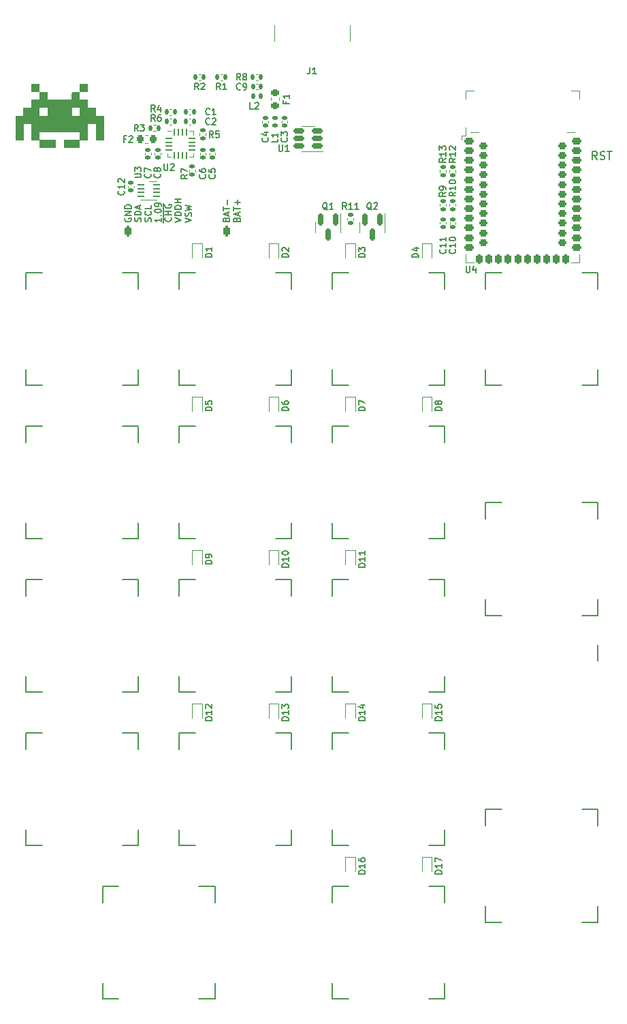
<source format=gto>
G04 #@! TF.GenerationSoftware,KiCad,Pcbnew,(6.0.5)*
G04 #@! TF.CreationDate,2022-06-15T23:33:22+02:00*
G04 #@! TF.ProjectId,whalepad,7768616c-6570-4616-942e-6b696361645f,rev?*
G04 #@! TF.SameCoordinates,Original*
G04 #@! TF.FileFunction,Legend,Top*
G04 #@! TF.FilePolarity,Positive*
%FSLAX46Y46*%
G04 Gerber Fmt 4.6, Leading zero omitted, Abs format (unit mm)*
G04 Created by KiCad (PCBNEW (6.0.5)) date 2022-06-15 23:33:22*
%MOMM*%
%LPD*%
G01*
G04 APERTURE LIST*
G04 Aperture macros list*
%AMRoundRect*
0 Rectangle with rounded corners*
0 $1 Rounding radius*
0 $2 $3 $4 $5 $6 $7 $8 $9 X,Y pos of 4 corners*
0 Add a 4 corners polygon primitive as box body*
4,1,4,$2,$3,$4,$5,$6,$7,$8,$9,$2,$3,0*
0 Add four circle primitives for the rounded corners*
1,1,$1+$1,$2,$3*
1,1,$1+$1,$4,$5*
1,1,$1+$1,$6,$7*
1,1,$1+$1,$8,$9*
0 Add four rect primitives between the rounded corners*
20,1,$1+$1,$2,$3,$4,$5,0*
20,1,$1+$1,$4,$5,$6,$7,0*
20,1,$1+$1,$6,$7,$8,$9,0*
20,1,$1+$1,$8,$9,$2,$3,0*%
G04 Aperture macros list end*
%ADD10C,0.150000*%
%ADD11C,0.120000*%
%ADD12R,0.700000X0.600000*%
%ADD13RoundRect,0.135000X-0.185000X0.135000X-0.185000X-0.135000X0.185000X-0.135000X0.185000X0.135000X0*%
%ADD14RoundRect,0.140000X-0.140000X-0.170000X0.140000X-0.170000X0.140000X0.170000X-0.140000X0.170000X0*%
%ADD15RoundRect,0.062500X-0.325000X-0.062500X0.325000X-0.062500X0.325000X0.062500X-0.325000X0.062500X0*%
%ADD16R,0.700000X1.300000*%
%ADD17RoundRect,0.062500X-0.375000X-0.062500X0.375000X-0.062500X0.375000X0.062500X-0.375000X0.062500X0*%
%ADD18RoundRect,0.062500X-0.062500X-0.375000X0.062500X-0.375000X0.062500X0.375000X-0.062500X0.375000X0*%
%ADD19R,1.600000X1.600000*%
%ADD20C,3.987800*%
%ADD21C,1.750000*%
%ADD22RoundRect,0.150000X-0.150000X0.587500X-0.150000X-0.587500X0.150000X-0.587500X0.150000X0.587500X0*%
%ADD23RoundRect,0.140000X0.170000X-0.140000X0.170000X0.140000X-0.170000X0.140000X-0.170000X-0.140000X0*%
%ADD24RoundRect,0.135000X0.185000X-0.135000X0.185000X0.135000X-0.185000X0.135000X-0.185000X-0.135000X0*%
%ADD25RoundRect,0.135000X0.135000X0.185000X-0.135000X0.185000X-0.135000X-0.185000X0.135000X-0.185000X0*%
%ADD26C,0.650000*%
%ADD27R,0.600000X1.450000*%
%ADD28R,0.300000X1.450000*%
%ADD29O,1.000000X2.100000*%
%ADD30O,1.000000X1.600000*%
%ADD31RoundRect,0.150000X0.512500X0.150000X-0.512500X0.150000X-0.512500X-0.150000X0.512500X-0.150000X0*%
%ADD32RoundRect,0.140000X-0.170000X0.140000X-0.170000X-0.140000X0.170000X-0.140000X0.170000X0.140000X0*%
%ADD33RoundRect,0.218750X-0.218750X-0.256250X0.218750X-0.256250X0.218750X0.256250X-0.218750X0.256250X0*%
%ADD34RoundRect,0.218750X-0.256250X0.218750X-0.256250X-0.218750X0.256250X-0.218750X0.256250X0.218750X0*%
%ADD35RoundRect,0.147500X-0.147500X-0.172500X0.147500X-0.172500X0.147500X0.172500X-0.147500X0.172500X0*%
%ADD36RoundRect,0.200000X-0.400000X-0.200000X0.400000X-0.200000X0.400000X0.200000X-0.400000X0.200000X0*%
%ADD37RoundRect,0.200000X0.200000X-0.400000X0.200000X0.400000X-0.200000X0.400000X-0.200000X-0.400000X0*%
%ADD38RoundRect,0.200000X0.400000X0.200000X-0.400000X0.200000X-0.400000X-0.200000X0.400000X-0.200000X0*%
%ADD39RoundRect,0.200000X0.300000X0.200000X-0.300000X0.200000X-0.300000X-0.200000X0.300000X-0.200000X0*%
%ADD40C,1.000000*%
%ADD41RoundRect,0.140000X0.140000X0.170000X-0.140000X0.170000X-0.140000X-0.170000X0.140000X-0.170000X0*%
%ADD42RoundRect,0.147500X-0.172500X0.147500X-0.172500X-0.147500X0.172500X-0.147500X0.172500X0.147500X0*%
%ADD43C,0.990600*%
%ADD44R,1.700000X1.700000*%
%ADD45O,1.700000X1.700000*%
%ADD46RoundRect,0.200000X-0.200000X-0.450000X0.200000X-0.450000X0.200000X0.450000X-0.200000X0.450000X0*%
%ADD47O,0.800000X1.300000*%
G04 APERTURE END LIST*
D10*
X-7000000Y-7000000D02*
X-5000000Y-7000000D01*
X12050000Y7000000D02*
X12050000Y5000000D01*
X31100000Y-12050000D02*
X33100000Y-12050000D01*
X12050000Y-50150000D02*
X12050000Y-52150000D01*
X16525000Y-69200000D02*
X14525000Y-69200000D01*
X31100000Y-12050000D02*
X31100000Y-14050000D01*
X26050000Y-7000000D02*
X24050000Y-7000000D01*
X50150000Y-73675000D02*
X50150000Y-71675000D01*
X64150000Y-59675000D02*
X64150000Y-61675000D01*
X26050000Y-50150000D02*
X24050000Y-50150000D01*
X50150000Y-59675000D02*
X50150000Y-61675000D01*
X-7000000Y-50150000D02*
X-5000000Y-50150000D01*
X64150000Y7000000D02*
X64150000Y5000000D01*
X64150000Y-7000000D02*
X62150000Y-7000000D01*
X26050000Y-12050000D02*
X24050000Y-12050000D01*
X7000000Y-7000000D02*
X7000000Y-5000000D01*
X26050000Y-12050000D02*
X26050000Y-14050000D01*
X31100000Y-7000000D02*
X31100000Y-5000000D01*
X-7000000Y-31100000D02*
X-7000000Y-33100000D01*
X26050000Y-64150000D02*
X24050000Y-64150000D01*
X64150000Y-59675000D02*
X62150000Y-59675000D01*
X45100000Y-64150000D02*
X45100000Y-62150000D01*
X-7000000Y-12050000D02*
X-7000000Y-14050000D01*
X12050000Y-45100000D02*
X12050000Y-43100000D01*
X26050000Y-7000000D02*
X26050000Y-5000000D01*
X26050000Y-50150000D02*
X26050000Y-52150000D01*
X31100000Y-26050000D02*
X31100000Y-24050000D01*
X7000000Y7000000D02*
X5000000Y7000000D01*
X-7000000Y7000000D02*
X-5000000Y7000000D01*
X31100000Y-7000000D02*
X33100000Y-7000000D01*
X50150000Y-7000000D02*
X52150000Y-7000000D01*
X7000000Y-31100000D02*
X7000000Y-33100000D01*
X31100000Y-64150000D02*
X31100000Y-62150000D01*
X12050000Y-12050000D02*
X12050000Y-14050000D01*
X16525000Y-83200000D02*
X16525000Y-81200000D01*
X31100000Y-26050000D02*
X33100000Y-26050000D01*
X45100000Y-31100000D02*
X45100000Y-33100000D01*
X64150000Y7000000D02*
X62150000Y7000000D01*
X50150000Y-35575000D02*
X52150000Y-35575000D01*
X50150000Y-7000000D02*
X50150000Y-5000000D01*
X50150000Y-35575000D02*
X50150000Y-33575000D01*
X26050000Y-26050000D02*
X24050000Y-26050000D01*
X7000000Y-50150000D02*
X7000000Y-52150000D01*
X45100000Y-45100000D02*
X45100000Y-43100000D01*
X31100000Y-50150000D02*
X31100000Y-52150000D01*
X7000000Y-31100000D02*
X5000000Y-31100000D01*
X7000000Y-12050000D02*
X5000000Y-12050000D01*
X64150000Y-21575000D02*
X62150000Y-21575000D01*
X-7000000Y-64150000D02*
X-7000000Y-62150000D01*
X7000000Y-26050000D02*
X5000000Y-26050000D01*
X50150000Y7000000D02*
X52150000Y7000000D01*
X12050000Y-7000000D02*
X12050000Y-5000000D01*
X31100000Y-50150000D02*
X33100000Y-50150000D01*
X31100000Y-45100000D02*
X31100000Y-43100000D01*
X7000000Y-50150000D02*
X5000000Y-50150000D01*
X45100000Y-26050000D02*
X43100000Y-26050000D01*
X2525000Y-69200000D02*
X2525000Y-71200000D01*
X12050000Y-26050000D02*
X14050000Y-26050000D01*
X45100000Y-7000000D02*
X43100000Y-7000000D01*
X45100000Y-69200000D02*
X43100000Y-69200000D01*
X31100000Y-64150000D02*
X33100000Y-64150000D01*
X50150000Y-59675000D02*
X52150000Y-59675000D01*
X64150000Y-7000000D02*
X64150000Y-5000000D01*
X2525000Y-83200000D02*
X4525000Y-83200000D01*
X64150000Y-35575000D02*
X64150000Y-33575000D01*
X26050000Y7000000D02*
X26050000Y5000000D01*
X45100000Y-50150000D02*
X43100000Y-50150000D01*
X31100000Y7000000D02*
X33100000Y7000000D01*
X16525000Y-69200000D02*
X16525000Y-71200000D01*
X12050000Y-31100000D02*
X14050000Y-31100000D01*
X50150000Y-73675000D02*
X52150000Y-73675000D01*
X26050000Y-45100000D02*
X26050000Y-43100000D01*
X31100000Y-69200000D02*
X31100000Y-71200000D01*
X12050000Y-12050000D02*
X14050000Y-12050000D01*
X31100000Y-69200000D02*
X33100000Y-69200000D01*
X45100000Y-12050000D02*
X43100000Y-12050000D01*
X50150000Y7000000D02*
X50150000Y5000000D01*
X31100000Y-31100000D02*
X33100000Y-31100000D01*
X-7000000Y-7000000D02*
X-7000000Y-5000000D01*
X-7000000Y-31100000D02*
X-5000000Y-31100000D01*
X26050000Y-26050000D02*
X26050000Y-24050000D01*
X-7000000Y-26050000D02*
X-5000000Y-26050000D01*
X45100000Y-50150000D02*
X45100000Y-52150000D01*
X-7000000Y-12050000D02*
X-5000000Y-12050000D01*
X2525000Y-69200000D02*
X4525000Y-69200000D01*
X7000000Y-26050000D02*
X7000000Y-24050000D01*
X7000000Y-64150000D02*
X7000000Y-62150000D01*
X-7000000Y-26050000D02*
X-7000000Y-24050000D01*
X12050000Y-7000000D02*
X14050000Y-7000000D01*
X45100000Y-7000000D02*
X45100000Y-5000000D01*
X26050000Y-31100000D02*
X26050000Y-33100000D01*
X64150000Y-21575000D02*
X64150000Y-23575000D01*
X2525000Y-83200000D02*
X2525000Y-81200000D01*
X-7000000Y-45100000D02*
X-5000000Y-45100000D01*
X45100000Y-83200000D02*
X43100000Y-83200000D01*
X7000000Y-7000000D02*
X5000000Y-7000000D01*
X45100000Y7000000D02*
X43100000Y7000000D01*
X64150000Y-73675000D02*
X64150000Y-71675000D01*
X16525000Y-83200000D02*
X14525000Y-83200000D01*
X12050000Y-50150000D02*
X14050000Y-50150000D01*
X26050000Y-45100000D02*
X24050000Y-45100000D01*
X45100000Y-64150000D02*
X43100000Y-64150000D01*
X7000000Y-12050000D02*
X7000000Y-14050000D01*
X64150000Y-41199348D02*
X64150000Y-39199348D01*
X31100000Y-83200000D02*
X31100000Y-81200000D01*
X12050000Y7000000D02*
X14050000Y7000000D01*
X12050000Y-64150000D02*
X14050000Y-64150000D01*
X64150000Y-73675000D02*
X62150000Y-73675000D01*
X12050000Y-31100000D02*
X12050000Y-33100000D01*
X45100000Y-12050000D02*
X45100000Y-14050000D01*
X31100000Y-45100000D02*
X33100000Y-45100000D01*
X45100000Y-69200000D02*
X45100000Y-71200000D01*
X45100000Y-31100000D02*
X43100000Y-31100000D01*
X12050000Y-45100000D02*
X14050000Y-45100000D01*
X7000000Y-45100000D02*
X7000000Y-43100000D01*
X50150000Y-21575000D02*
X50150000Y-23575000D01*
X-7000000Y-64150000D02*
X-5000000Y-64150000D01*
X26050000Y7000000D02*
X24050000Y7000000D01*
X45100000Y-83200000D02*
X45100000Y-81200000D01*
X45100000Y-45100000D02*
X43100000Y-45100000D01*
X7000000Y7000000D02*
X7000000Y5000000D01*
X64150000Y-35575000D02*
X62150000Y-35575000D01*
X45100000Y7000000D02*
X45100000Y5000000D01*
X12050000Y-64150000D02*
X12050000Y-62150000D01*
X50150000Y-21575000D02*
X52150000Y-21575000D01*
X-7000000Y-50150000D02*
X-7000000Y-52150000D01*
X12050000Y-26050000D02*
X12050000Y-24050000D01*
X31100000Y-31100000D02*
X31100000Y-33100000D01*
X31100000Y-83200000D02*
X33100000Y-83200000D01*
X26050000Y-31100000D02*
X24050000Y-31100000D01*
X7000000Y-64150000D02*
X5000000Y-64150000D01*
X26050000Y-64150000D02*
X26050000Y-62150000D01*
X-7000000Y-45100000D02*
X-7000000Y-43100000D01*
X7000000Y-45100000D02*
X5000000Y-45100000D01*
X45100000Y-26050000D02*
X45100000Y-24050000D01*
X31100000Y7000000D02*
X31100000Y5000000D01*
X-7000000Y7000000D02*
X-7000000Y5000000D01*
X8548809Y13362880D02*
X8586904Y13477166D01*
X8586904Y13667642D01*
X8548809Y13743833D01*
X8510714Y13781928D01*
X8434523Y13820023D01*
X8358333Y13820023D01*
X8282142Y13781928D01*
X8244047Y13743833D01*
X8205952Y13667642D01*
X8167857Y13515261D01*
X8129761Y13439071D01*
X8091666Y13400976D01*
X8015476Y13362880D01*
X7939285Y13362880D01*
X7863095Y13400976D01*
X7825000Y13439071D01*
X7786904Y13515261D01*
X7786904Y13705738D01*
X7825000Y13820023D01*
X8510714Y14620023D02*
X8548809Y14581928D01*
X8586904Y14467642D01*
X8586904Y14391452D01*
X8548809Y14277166D01*
X8472619Y14200976D01*
X8396428Y14162880D01*
X8244047Y14124785D01*
X8129761Y14124785D01*
X7977380Y14162880D01*
X7901190Y14200976D01*
X7825000Y14277166D01*
X7786904Y14391452D01*
X7786904Y14467642D01*
X7825000Y14581928D01*
X7863095Y14620023D01*
X8586904Y15343833D02*
X8586904Y14962880D01*
X7786904Y14962880D01*
X9836904Y13770023D02*
X9836904Y13312880D01*
X9836904Y13541452D02*
X9036904Y13541452D01*
X9151190Y13465261D01*
X9227380Y13389071D01*
X9265476Y13312880D01*
X9760714Y14112880D02*
X9798809Y14150976D01*
X9836904Y14112880D01*
X9798809Y14074785D01*
X9760714Y14112880D01*
X9836904Y14112880D01*
X9036904Y14646214D02*
X9036904Y14722404D01*
X9075000Y14798595D01*
X9113095Y14836690D01*
X9189285Y14874785D01*
X9341666Y14912880D01*
X9532142Y14912880D01*
X9684523Y14874785D01*
X9760714Y14836690D01*
X9798809Y14798595D01*
X9836904Y14722404D01*
X9836904Y14646214D01*
X9798809Y14570023D01*
X9760714Y14531928D01*
X9684523Y14493833D01*
X9532142Y14455738D01*
X9341666Y14455738D01*
X9189285Y14493833D01*
X9113095Y14531928D01*
X9075000Y14570023D01*
X9036904Y14646214D01*
X9836904Y15293833D02*
X9836904Y15446214D01*
X9798809Y15522404D01*
X9760714Y15560500D01*
X9646428Y15636690D01*
X9494047Y15674785D01*
X9189285Y15674785D01*
X9113095Y15636690D01*
X9075000Y15598595D01*
X9036904Y15522404D01*
X9036904Y15370023D01*
X9075000Y15293833D01*
X9113095Y15255738D01*
X9189285Y15217642D01*
X9379761Y15217642D01*
X9455952Y15255738D01*
X9494047Y15293833D01*
X9532142Y15370023D01*
X9532142Y15522404D01*
X9494047Y15598595D01*
X9455952Y15636690D01*
X9379761Y15674785D01*
X10061000Y13210500D02*
X10061000Y14010500D01*
X11010714Y13858119D02*
X11048809Y13820023D01*
X11086904Y13705738D01*
X11086904Y13629547D01*
X11048809Y13515261D01*
X10972619Y13439071D01*
X10896428Y13400976D01*
X10744047Y13362880D01*
X10629761Y13362880D01*
X10477380Y13400976D01*
X10401190Y13439071D01*
X10325000Y13515261D01*
X10286904Y13629547D01*
X10286904Y13705738D01*
X10325000Y13820023D01*
X10363095Y13858119D01*
X10061000Y14010500D02*
X10061000Y14848595D01*
X11086904Y14200976D02*
X10286904Y14200976D01*
X10667857Y14200976D02*
X10667857Y14658119D01*
X11086904Y14658119D02*
X10286904Y14658119D01*
X10061000Y14848595D02*
X10061000Y15648595D01*
X10325000Y15458119D02*
X10286904Y15381928D01*
X10286904Y15267642D01*
X10325000Y15153357D01*
X10401190Y15077166D01*
X10477380Y15039071D01*
X10629761Y15000976D01*
X10744047Y15000976D01*
X10896428Y15039071D01*
X10972619Y15077166D01*
X11048809Y15153357D01*
X11086904Y15267642D01*
X11086904Y15343833D01*
X11048809Y15458119D01*
X11010714Y15496214D01*
X10744047Y15496214D01*
X10744047Y15343833D01*
X7298809Y13362880D02*
X7336904Y13477166D01*
X7336904Y13667642D01*
X7298809Y13743833D01*
X7260714Y13781928D01*
X7184523Y13820023D01*
X7108333Y13820023D01*
X7032142Y13781928D01*
X6994047Y13743833D01*
X6955952Y13667642D01*
X6917857Y13515261D01*
X6879761Y13439071D01*
X6841666Y13400976D01*
X6765476Y13362880D01*
X6689285Y13362880D01*
X6613095Y13400976D01*
X6575000Y13439071D01*
X6536904Y13515261D01*
X6536904Y13705738D01*
X6575000Y13820023D01*
X7336904Y14162880D02*
X6536904Y14162880D01*
X6536904Y14353357D01*
X6575000Y14467642D01*
X6651190Y14543833D01*
X6727380Y14581928D01*
X6879761Y14620023D01*
X6994047Y14620023D01*
X7146428Y14581928D01*
X7222619Y14543833D01*
X7298809Y14467642D01*
X7336904Y14353357D01*
X7336904Y14162880D01*
X7108333Y14924785D02*
X7108333Y15305738D01*
X7336904Y14848595D02*
X6536904Y15115261D01*
X7336904Y15381928D01*
X5325000Y13770023D02*
X5286904Y13693833D01*
X5286904Y13579547D01*
X5325000Y13465261D01*
X5401190Y13389071D01*
X5477380Y13350976D01*
X5629761Y13312880D01*
X5744047Y13312880D01*
X5896428Y13350976D01*
X5972619Y13389071D01*
X6048809Y13465261D01*
X6086904Y13579547D01*
X6086904Y13655738D01*
X6048809Y13770023D01*
X6010714Y13808119D01*
X5744047Y13808119D01*
X5744047Y13655738D01*
X6086904Y14150976D02*
X5286904Y14150976D01*
X6086904Y14608119D01*
X5286904Y14608119D01*
X6086904Y14989071D02*
X5286904Y14989071D01*
X5286904Y15179547D01*
X5325000Y15293833D01*
X5401190Y15370023D01*
X5477380Y15408119D01*
X5629761Y15446214D01*
X5744047Y15446214D01*
X5896428Y15408119D01*
X5972619Y15370023D01*
X6048809Y15293833D01*
X6086904Y15179547D01*
X6086904Y14989071D01*
X12786904Y13236690D02*
X13586904Y13503357D01*
X12786904Y13770023D01*
X13548809Y13998595D02*
X13586904Y14112880D01*
X13586904Y14303357D01*
X13548809Y14379547D01*
X13510714Y14417642D01*
X13434523Y14455738D01*
X13358333Y14455738D01*
X13282142Y14417642D01*
X13244047Y14379547D01*
X13205952Y14303357D01*
X13167857Y14150976D01*
X13129761Y14074785D01*
X13091666Y14036690D01*
X13015476Y13998595D01*
X12939285Y13998595D01*
X12863095Y14036690D01*
X12825000Y14074785D01*
X12786904Y14150976D01*
X12786904Y14341452D01*
X12825000Y14455738D01*
X12786904Y14722404D02*
X13586904Y14912880D01*
X13015476Y15065261D01*
X13586904Y15217642D01*
X12786904Y15408119D01*
X11536904Y13286690D02*
X12336904Y13553357D01*
X11536904Y13820023D01*
X12336904Y14086690D02*
X11536904Y14086690D01*
X11536904Y14277166D01*
X11575000Y14391452D01*
X11651190Y14467642D01*
X11727380Y14505738D01*
X11879761Y14543833D01*
X11994047Y14543833D01*
X12146428Y14505738D01*
X12222619Y14467642D01*
X12298809Y14391452D01*
X12336904Y14277166D01*
X12336904Y14086690D01*
X12336904Y14886690D02*
X11536904Y14886690D01*
X11536904Y15077166D01*
X11575000Y15191452D01*
X11651190Y15267642D01*
X11727380Y15305738D01*
X11879761Y15343833D01*
X11994047Y15343833D01*
X12146428Y15305738D01*
X12222619Y15267642D01*
X12298809Y15191452D01*
X12336904Y15077166D01*
X12336904Y14886690D01*
X12336904Y15686690D02*
X11536904Y15686690D01*
X11917857Y15686690D02*
X11917857Y16143833D01*
X12336904Y16143833D02*
X11536904Y16143833D01*
X64047380Y21066369D02*
X63714047Y21542559D01*
X63475952Y21066369D02*
X63475952Y22066369D01*
X63856904Y22066369D01*
X63952142Y22018750D01*
X63999761Y21971130D01*
X64047380Y21875892D01*
X64047380Y21733035D01*
X63999761Y21637797D01*
X63952142Y21590178D01*
X63856904Y21542559D01*
X63475952Y21542559D01*
X64428333Y21113988D02*
X64571190Y21066369D01*
X64809285Y21066369D01*
X64904523Y21113988D01*
X64952142Y21161607D01*
X64999761Y21256845D01*
X64999761Y21352083D01*
X64952142Y21447321D01*
X64904523Y21494940D01*
X64809285Y21542559D01*
X64618809Y21590178D01*
X64523571Y21637797D01*
X64475952Y21685416D01*
X64428333Y21780654D01*
X64428333Y21875892D01*
X64475952Y21971130D01*
X64523571Y22018750D01*
X64618809Y22066369D01*
X64856904Y22066369D01*
X64999761Y22018750D01*
X65285476Y22066369D02*
X65856904Y22066369D01*
X65571190Y21066369D02*
X65571190Y22066369D01*
X17917857Y13617642D02*
X17955952Y13731928D01*
X17994047Y13770023D01*
X18070238Y13808119D01*
X18184523Y13808119D01*
X18260714Y13770023D01*
X18298809Y13731928D01*
X18336904Y13655738D01*
X18336904Y13350976D01*
X17536904Y13350976D01*
X17536904Y13617642D01*
X17575000Y13693833D01*
X17613095Y13731928D01*
X17689285Y13770023D01*
X17765476Y13770023D01*
X17841666Y13731928D01*
X17879761Y13693833D01*
X17917857Y13617642D01*
X17917857Y13350976D01*
X18108333Y14112880D02*
X18108333Y14493833D01*
X18336904Y14036690D02*
X17536904Y14303357D01*
X18336904Y14570023D01*
X17536904Y14722404D02*
X17536904Y15179547D01*
X18336904Y14950976D02*
X17536904Y14950976D01*
X18032142Y15446214D02*
X18032142Y16055738D01*
X19217857Y13617642D02*
X19255952Y13731928D01*
X19294047Y13770023D01*
X19370238Y13808119D01*
X19484523Y13808119D01*
X19560714Y13770023D01*
X19598809Y13731928D01*
X19636904Y13655738D01*
X19636904Y13350976D01*
X18836904Y13350976D01*
X18836904Y13617642D01*
X18875000Y13693833D01*
X18913095Y13731928D01*
X18989285Y13770023D01*
X19065476Y13770023D01*
X19141666Y13731928D01*
X19179761Y13693833D01*
X19217857Y13617642D01*
X19217857Y13350976D01*
X19408333Y14112880D02*
X19408333Y14493833D01*
X19636904Y14036690D02*
X18836904Y14303357D01*
X19636904Y14570023D01*
X18836904Y14722404D02*
X18836904Y15179547D01*
X19636904Y14950976D02*
X18836904Y14950976D01*
X19332142Y15446214D02*
X19332142Y16055738D01*
X19636904Y15750976D02*
X19027380Y15750976D01*
G04 #@! TO.C,D9*
X16111904Y-29165476D02*
X15311904Y-29165476D01*
X15311904Y-28975000D01*
X15350000Y-28860714D01*
X15426190Y-28784523D01*
X15502380Y-28746428D01*
X15654761Y-28708333D01*
X15769047Y-28708333D01*
X15921428Y-28746428D01*
X15997619Y-28784523D01*
X16073809Y-28860714D01*
X16111904Y-28975000D01*
X16111904Y-29165476D01*
X16111904Y-28327380D02*
X16111904Y-28175000D01*
X16073809Y-28098809D01*
X16035714Y-28060714D01*
X15921428Y-27984523D01*
X15769047Y-27946428D01*
X15464285Y-27946428D01*
X15388095Y-27984523D01*
X15350000Y-28022619D01*
X15311904Y-28098809D01*
X15311904Y-28251190D01*
X15350000Y-28327380D01*
X15388095Y-28365476D01*
X15464285Y-28403571D01*
X15654761Y-28403571D01*
X15730952Y-28365476D01*
X15769047Y-28327380D01*
X15807142Y-28251190D01*
X15807142Y-28098809D01*
X15769047Y-28022619D01*
X15730952Y-27984523D01*
X15654761Y-27946428D01*
G04 #@! TO.C,R9*
X45229797Y16967666D02*
X44848845Y16701000D01*
X45229797Y16510523D02*
X44429797Y16510523D01*
X44429797Y16815285D01*
X44467893Y16891476D01*
X44505988Y16929571D01*
X44582178Y16967666D01*
X44696464Y16967666D01*
X44772654Y16929571D01*
X44810750Y16891476D01*
X44848845Y16815285D01*
X44848845Y16510523D01*
X45229797Y17348619D02*
X45229797Y17501000D01*
X45191702Y17577190D01*
X45153607Y17615285D01*
X45039321Y17691476D01*
X44886940Y17729571D01*
X44582178Y17729571D01*
X44505988Y17691476D01*
X44467893Y17653380D01*
X44429797Y17577190D01*
X44429797Y17424809D01*
X44467893Y17348619D01*
X44505988Y17310523D01*
X44582178Y17272428D01*
X44772654Y17272428D01*
X44848845Y17310523D01*
X44886940Y17348619D01*
X44925035Y17424809D01*
X44925035Y17577190D01*
X44886940Y17653380D01*
X44848845Y17691476D01*
X44772654Y17729571D01*
G04 #@! TO.C,C1*
X15857677Y26677285D02*
X15819582Y26639190D01*
X15705296Y26601095D01*
X15629106Y26601095D01*
X15514820Y26639190D01*
X15438630Y26715380D01*
X15400534Y26791571D01*
X15362439Y26943952D01*
X15362439Y27058238D01*
X15400534Y27210619D01*
X15438630Y27286809D01*
X15514820Y27363000D01*
X15629106Y27401095D01*
X15705296Y27401095D01*
X15819582Y27363000D01*
X15857677Y27324904D01*
X16619582Y26601095D02*
X16162439Y26601095D01*
X16391011Y26601095D02*
X16391011Y27401095D01*
X16314820Y27286809D01*
X16238630Y27210619D01*
X16162439Y27172523D01*
G04 #@! TO.C,U3*
X6536904Y18843476D02*
X7184523Y18843476D01*
X7260714Y18881571D01*
X7298809Y18919666D01*
X7336904Y18995857D01*
X7336904Y19148238D01*
X7298809Y19224428D01*
X7260714Y19262523D01*
X7184523Y19300619D01*
X6536904Y19300619D01*
X6536904Y19605380D02*
X6536904Y20100619D01*
X6841666Y19833952D01*
X6841666Y19948238D01*
X6879761Y20024428D01*
X6917857Y20062523D01*
X6994047Y20100619D01*
X7184523Y20100619D01*
X7260714Y20062523D01*
X7298809Y20024428D01*
X7336904Y19948238D01*
X7336904Y19719666D01*
X7298809Y19643476D01*
X7260714Y19605380D01*
G04 #@! TO.C,R10*
X46429797Y16986714D02*
X46048845Y16720047D01*
X46429797Y16529571D02*
X45629797Y16529571D01*
X45629797Y16834333D01*
X45667893Y16910523D01*
X45705988Y16948619D01*
X45782178Y16986714D01*
X45896464Y16986714D01*
X45972654Y16948619D01*
X46010750Y16910523D01*
X46048845Y16834333D01*
X46048845Y16529571D01*
X46429797Y17748619D02*
X46429797Y17291476D01*
X46429797Y17520047D02*
X45629797Y17520047D01*
X45744083Y17443857D01*
X45820273Y17367666D01*
X45858369Y17291476D01*
X45629797Y18243857D02*
X45629797Y18320047D01*
X45667893Y18396238D01*
X45705988Y18434333D01*
X45782178Y18472428D01*
X45934559Y18510523D01*
X46125035Y18510523D01*
X46277416Y18472428D01*
X46353607Y18434333D01*
X46391702Y18396238D01*
X46429797Y18320047D01*
X46429797Y18243857D01*
X46391702Y18167666D01*
X46353607Y18129571D01*
X46277416Y18091476D01*
X46125035Y18053380D01*
X45934559Y18053380D01*
X45782178Y18091476D01*
X45705988Y18129571D01*
X45667893Y18167666D01*
X45629797Y18243857D01*
G04 #@! TO.C,R7*
X13090415Y19179666D02*
X12709463Y18913000D01*
X13090415Y18722523D02*
X12290415Y18722523D01*
X12290415Y19027285D01*
X12328511Y19103476D01*
X12366606Y19141571D01*
X12442796Y19179666D01*
X12557082Y19179666D01*
X12633272Y19141571D01*
X12671368Y19103476D01*
X12709463Y19027285D01*
X12709463Y18722523D01*
X12290415Y19446333D02*
X12290415Y19979666D01*
X13090415Y19636809D01*
G04 #@! TO.C,D7*
X35161904Y-10115476D02*
X34361904Y-10115476D01*
X34361904Y-9925000D01*
X34400000Y-9810714D01*
X34476190Y-9734523D01*
X34552380Y-9696428D01*
X34704761Y-9658333D01*
X34819047Y-9658333D01*
X34971428Y-9696428D01*
X35047619Y-9734523D01*
X35123809Y-9810714D01*
X35161904Y-9925000D01*
X35161904Y-10115476D01*
X34361904Y-9391666D02*
X34361904Y-8858333D01*
X35161904Y-9201190D01*
G04 #@! TO.C,U2*
X10181487Y20515095D02*
X10181487Y19867476D01*
X10219582Y19791285D01*
X10257677Y19753190D01*
X10333868Y19715095D01*
X10486249Y19715095D01*
X10562439Y19753190D01*
X10600534Y19791285D01*
X10638630Y19867476D01*
X10638630Y20515095D01*
X10981487Y20438904D02*
X11019582Y20477000D01*
X11095772Y20515095D01*
X11286249Y20515095D01*
X11362439Y20477000D01*
X11400534Y20438904D01*
X11438630Y20362714D01*
X11438630Y20286523D01*
X11400534Y20172238D01*
X10943391Y19715095D01*
X11438630Y19715095D01*
G04 #@! TO.C,D2*
X25636904Y8934523D02*
X24836904Y8934523D01*
X24836904Y9125000D01*
X24875000Y9239285D01*
X24951190Y9315476D01*
X25027380Y9353571D01*
X25179761Y9391666D01*
X25294047Y9391666D01*
X25446428Y9353571D01*
X25522619Y9315476D01*
X25598809Y9239285D01*
X25636904Y9125000D01*
X25636904Y8934523D01*
X24913095Y9696428D02*
X24875000Y9734523D01*
X24836904Y9810714D01*
X24836904Y10001190D01*
X24875000Y10077380D01*
X24913095Y10115476D01*
X24989285Y10153571D01*
X25065476Y10153571D01*
X25179761Y10115476D01*
X25636904Y9658333D01*
X25636904Y10153571D01*
G04 #@! TO.C,Q1*
X30498809Y14812904D02*
X30422619Y14851000D01*
X30346428Y14927190D01*
X30232142Y15041476D01*
X30155952Y15079571D01*
X30079761Y15079571D01*
X30117857Y14889095D02*
X30041666Y14927190D01*
X29965476Y15003380D01*
X29927380Y15155761D01*
X29927380Y15422428D01*
X29965476Y15574809D01*
X30041666Y15651000D01*
X30117857Y15689095D01*
X30270238Y15689095D01*
X30346428Y15651000D01*
X30422619Y15574809D01*
X30460714Y15422428D01*
X30460714Y15155761D01*
X30422619Y15003380D01*
X30346428Y14927190D01*
X30270238Y14889095D01*
X30117857Y14889095D01*
X31222619Y14889095D02*
X30765476Y14889095D01*
X30994047Y14889095D02*
X30994047Y15689095D01*
X30917857Y15574809D01*
X30841666Y15498619D01*
X30765476Y15460523D01*
G04 #@! TO.C,C4*
X23060714Y23737666D02*
X23098809Y23699571D01*
X23136904Y23585285D01*
X23136904Y23509095D01*
X23098809Y23394809D01*
X23022619Y23318619D01*
X22946428Y23280523D01*
X22794047Y23242428D01*
X22679761Y23242428D01*
X22527380Y23280523D01*
X22451190Y23318619D01*
X22375000Y23394809D01*
X22336904Y23509095D01*
X22336904Y23585285D01*
X22375000Y23699571D01*
X22413095Y23737666D01*
X22603571Y24423380D02*
X23136904Y24423380D01*
X22298809Y24232904D02*
X22870238Y24042428D01*
X22870238Y24537666D01*
G04 #@! TO.C,R13*
X45229797Y21186714D02*
X44848845Y20920047D01*
X45229797Y20729571D02*
X44429797Y20729571D01*
X44429797Y21034333D01*
X44467893Y21110523D01*
X44505988Y21148619D01*
X44582178Y21186714D01*
X44696464Y21186714D01*
X44772654Y21148619D01*
X44810750Y21110523D01*
X44848845Y21034333D01*
X44848845Y20729571D01*
X45229797Y21948619D02*
X45229797Y21491476D01*
X45229797Y21720047D02*
X44429797Y21720047D01*
X44544083Y21643857D01*
X44620273Y21567666D01*
X44658369Y21491476D01*
X44429797Y22215285D02*
X44429797Y22710523D01*
X44734559Y22443857D01*
X44734559Y22558142D01*
X44772654Y22634333D01*
X44810750Y22672428D01*
X44886940Y22710523D01*
X45077416Y22710523D01*
X45153607Y22672428D01*
X45191702Y22634333D01*
X45229797Y22558142D01*
X45229797Y22329571D01*
X45191702Y22253380D01*
X45153607Y22215285D01*
G04 #@! TO.C,Q2*
X35998809Y14812904D02*
X35922619Y14851000D01*
X35846428Y14927190D01*
X35732142Y15041476D01*
X35655952Y15079571D01*
X35579761Y15079571D01*
X35617857Y14889095D02*
X35541666Y14927190D01*
X35465476Y15003380D01*
X35427380Y15155761D01*
X35427380Y15422428D01*
X35465476Y15574809D01*
X35541666Y15651000D01*
X35617857Y15689095D01*
X35770238Y15689095D01*
X35846428Y15651000D01*
X35922619Y15574809D01*
X35960714Y15422428D01*
X35960714Y15155761D01*
X35922619Y15003380D01*
X35846428Y14927190D01*
X35770238Y14889095D01*
X35617857Y14889095D01*
X36265476Y15612904D02*
X36303571Y15651000D01*
X36379761Y15689095D01*
X36570238Y15689095D01*
X36646428Y15651000D01*
X36684523Y15612904D01*
X36722619Y15536714D01*
X36722619Y15460523D01*
X36684523Y15346238D01*
X36227380Y14889095D01*
X36722619Y14889095D01*
G04 #@! TO.C,D12*
X16111904Y-48596428D02*
X15311904Y-48596428D01*
X15311904Y-48405952D01*
X15350000Y-48291666D01*
X15426190Y-48215476D01*
X15502380Y-48177380D01*
X15654761Y-48139285D01*
X15769047Y-48139285D01*
X15921428Y-48177380D01*
X15997619Y-48215476D01*
X16073809Y-48291666D01*
X16111904Y-48405952D01*
X16111904Y-48596428D01*
X16111904Y-47377380D02*
X16111904Y-47834523D01*
X16111904Y-47605952D02*
X15311904Y-47605952D01*
X15426190Y-47682142D01*
X15502380Y-47758333D01*
X15540476Y-47834523D01*
X15388095Y-47072619D02*
X15350000Y-47034523D01*
X15311904Y-46958333D01*
X15311904Y-46767857D01*
X15350000Y-46691666D01*
X15388095Y-46653571D01*
X15464285Y-46615476D01*
X15540476Y-46615476D01*
X15654761Y-46653571D01*
X16111904Y-47110714D01*
X16111904Y-46615476D01*
G04 #@! TO.C,R8*
X19691666Y30921095D02*
X19425000Y31302047D01*
X19234523Y30921095D02*
X19234523Y31721095D01*
X19539285Y31721095D01*
X19615476Y31683000D01*
X19653571Y31644904D01*
X19691666Y31568714D01*
X19691666Y31454428D01*
X19653571Y31378238D01*
X19615476Y31340142D01*
X19539285Y31302047D01*
X19234523Y31302047D01*
X20148809Y31378238D02*
X20072619Y31416333D01*
X20034523Y31454428D01*
X19996428Y31530619D01*
X19996428Y31568714D01*
X20034523Y31644904D01*
X20072619Y31683000D01*
X20148809Y31721095D01*
X20301190Y31721095D01*
X20377380Y31683000D01*
X20415476Y31644904D01*
X20453571Y31568714D01*
X20453571Y31530619D01*
X20415476Y31454428D01*
X20377380Y31416333D01*
X20301190Y31378238D01*
X20148809Y31378238D01*
X20072619Y31340142D01*
X20034523Y31302047D01*
X19996428Y31225857D01*
X19996428Y31073476D01*
X20034523Y30997285D01*
X20072619Y30959190D01*
X20148809Y30921095D01*
X20301190Y30921095D01*
X20377380Y30959190D01*
X20415476Y30997285D01*
X20453571Y31073476D01*
X20453571Y31225857D01*
X20415476Y31302047D01*
X20377380Y31340142D01*
X20301190Y31378238D01*
G04 #@! TO.C,R12*
X46429797Y21186714D02*
X46048845Y20920047D01*
X46429797Y20729571D02*
X45629797Y20729571D01*
X45629797Y21034333D01*
X45667893Y21110523D01*
X45705988Y21148619D01*
X45782178Y21186714D01*
X45896464Y21186714D01*
X45972654Y21148619D01*
X46010750Y21110523D01*
X46048845Y21034333D01*
X46048845Y20729571D01*
X46429797Y21948619D02*
X46429797Y21491476D01*
X46429797Y21720047D02*
X45629797Y21720047D01*
X45744083Y21643857D01*
X45820273Y21567666D01*
X45858369Y21491476D01*
X45705988Y22253380D02*
X45667893Y22291476D01*
X45629797Y22367666D01*
X45629797Y22558142D01*
X45667893Y22634333D01*
X45705988Y22672428D01*
X45782178Y22710523D01*
X45858369Y22710523D01*
X45972654Y22672428D01*
X46429797Y22215285D01*
X46429797Y22710523D01*
G04 #@! TO.C,R1*
X17191666Y29758522D02*
X16925000Y30139474D01*
X16734523Y29758522D02*
X16734523Y30558522D01*
X17039285Y30558522D01*
X17115476Y30520427D01*
X17153571Y30482331D01*
X17191666Y30406141D01*
X17191666Y30291855D01*
X17153571Y30215665D01*
X17115476Y30177569D01*
X17039285Y30139474D01*
X16734523Y30139474D01*
X17953571Y29758522D02*
X17496428Y29758522D01*
X17725000Y29758522D02*
X17725000Y30558522D01*
X17648809Y30444236D01*
X17572619Y30368046D01*
X17496428Y30329950D01*
G04 #@! TO.C,J1*
X28308333Y32501095D02*
X28308333Y31929666D01*
X28270238Y31815380D01*
X28194047Y31739190D01*
X28079761Y31701095D01*
X28003571Y31701095D01*
X29108333Y31701095D02*
X28651190Y31701095D01*
X28879761Y31701095D02*
X28879761Y32501095D01*
X28803571Y32386809D01*
X28727380Y32310619D01*
X28651190Y32272523D01*
G04 #@! TO.C,D11*
X35161904Y-29546428D02*
X34361904Y-29546428D01*
X34361904Y-29355952D01*
X34400000Y-29241666D01*
X34476190Y-29165476D01*
X34552380Y-29127380D01*
X34704761Y-29089285D01*
X34819047Y-29089285D01*
X34971428Y-29127380D01*
X35047619Y-29165476D01*
X35123809Y-29241666D01*
X35161904Y-29355952D01*
X35161904Y-29546428D01*
X35161904Y-28327380D02*
X35161904Y-28784523D01*
X35161904Y-28555952D02*
X34361904Y-28555952D01*
X34476190Y-28632142D01*
X34552380Y-28708333D01*
X34590476Y-28784523D01*
X35161904Y-27565476D02*
X35161904Y-28022619D01*
X35161904Y-27794047D02*
X34361904Y-27794047D01*
X34476190Y-27870238D01*
X34552380Y-27946428D01*
X34590476Y-28022619D01*
G04 #@! TO.C,D5*
X16111904Y-10115476D02*
X15311904Y-10115476D01*
X15311904Y-9925000D01*
X15350000Y-9810714D01*
X15426190Y-9734523D01*
X15502380Y-9696428D01*
X15654761Y-9658333D01*
X15769047Y-9658333D01*
X15921428Y-9696428D01*
X15997619Y-9734523D01*
X16073809Y-9810714D01*
X16111904Y-9925000D01*
X16111904Y-10115476D01*
X15311904Y-8934523D02*
X15311904Y-9315476D01*
X15692857Y-9353571D01*
X15654761Y-9315476D01*
X15616666Y-9239285D01*
X15616666Y-9048809D01*
X15654761Y-8972619D01*
X15692857Y-8934523D01*
X15769047Y-8896428D01*
X15959523Y-8896428D01*
X16035714Y-8934523D01*
X16073809Y-8972619D01*
X16111904Y-9048809D01*
X16111904Y-9239285D01*
X16073809Y-9315476D01*
X16035714Y-9353571D01*
G04 #@! TO.C,D4*
X41829797Y8934523D02*
X41029797Y8934523D01*
X41029797Y9125000D01*
X41067893Y9239285D01*
X41144083Y9315476D01*
X41220273Y9353571D01*
X41372654Y9391666D01*
X41486940Y9391666D01*
X41639321Y9353571D01*
X41715512Y9315476D01*
X41791702Y9239285D01*
X41829797Y9125000D01*
X41829797Y8934523D01*
X41296464Y10077380D02*
X41829797Y10077380D01*
X40991702Y9886904D02*
X41563131Y9696428D01*
X41563131Y10191666D01*
G04 #@! TO.C,R2*
X14491666Y29758522D02*
X14225000Y30139474D01*
X14034523Y29758522D02*
X14034523Y30558522D01*
X14339285Y30558522D01*
X14415476Y30520427D01*
X14453571Y30482331D01*
X14491666Y30406141D01*
X14491666Y30291855D01*
X14453571Y30215665D01*
X14415476Y30177569D01*
X14339285Y30139474D01*
X14034523Y30139474D01*
X14796428Y30482331D02*
X14834523Y30520427D01*
X14910714Y30558522D01*
X15101190Y30558522D01*
X15177380Y30520427D01*
X15215476Y30482331D01*
X15253571Y30406141D01*
X15253571Y30329950D01*
X15215476Y30215665D01*
X14758333Y29758522D01*
X15253571Y29758522D01*
G04 #@! TO.C,C10*
X46360714Y9886714D02*
X46398809Y9848619D01*
X46436904Y9734333D01*
X46436904Y9658142D01*
X46398809Y9543857D01*
X46322619Y9467666D01*
X46246428Y9429571D01*
X46094047Y9391476D01*
X45979761Y9391476D01*
X45827380Y9429571D01*
X45751190Y9467666D01*
X45675000Y9543857D01*
X45636904Y9658142D01*
X45636904Y9734333D01*
X45675000Y9848619D01*
X45713095Y9886714D01*
X46436904Y10648619D02*
X46436904Y10191476D01*
X46436904Y10420047D02*
X45636904Y10420047D01*
X45751190Y10343857D01*
X45827380Y10267666D01*
X45865476Y10191476D01*
X45636904Y11143857D02*
X45636904Y11220047D01*
X45675000Y11296238D01*
X45713095Y11334333D01*
X45789285Y11372428D01*
X45941666Y11410523D01*
X46132142Y11410523D01*
X46284523Y11372428D01*
X46360714Y11334333D01*
X46398809Y11296238D01*
X46436904Y11220047D01*
X46436904Y11143857D01*
X46398809Y11067666D01*
X46360714Y11029571D01*
X46284523Y10991476D01*
X46132142Y10953380D01*
X45941666Y10953380D01*
X45789285Y10991476D01*
X45713095Y11029571D01*
X45675000Y11067666D01*
X45636904Y11143857D01*
G04 #@! TO.C,U1*
X24465476Y22901095D02*
X24465476Y22253476D01*
X24503571Y22177285D01*
X24541666Y22139190D01*
X24617857Y22101095D01*
X24770238Y22101095D01*
X24846428Y22139190D01*
X24884523Y22177285D01*
X24922619Y22253476D01*
X24922619Y22901095D01*
X25722619Y22101095D02*
X25265476Y22101095D01*
X25494047Y22101095D02*
X25494047Y22901095D01*
X25417857Y22786809D01*
X25341666Y22710619D01*
X25265476Y22672523D01*
G04 #@! TO.C,R5*
X16301427Y23801095D02*
X16034761Y24182047D01*
X15844284Y23801095D02*
X15844284Y24601095D01*
X16149046Y24601095D01*
X16225237Y24563000D01*
X16263332Y24524904D01*
X16301427Y24448714D01*
X16301427Y24334428D01*
X16263332Y24258238D01*
X16225237Y24220142D01*
X16149046Y24182047D01*
X15844284Y24182047D01*
X17025237Y24601095D02*
X16644284Y24601095D01*
X16606189Y24220142D01*
X16644284Y24258238D01*
X16720475Y24296333D01*
X16910951Y24296333D01*
X16987141Y24258238D01*
X17025237Y24220142D01*
X17063332Y24143952D01*
X17063332Y23953476D01*
X17025237Y23877285D01*
X16987141Y23839190D01*
X16910951Y23801095D01*
X16720475Y23801095D01*
X16644284Y23839190D01*
X16606189Y23877285D01*
G04 #@! TO.C,D6*
X25636904Y-10115476D02*
X24836904Y-10115476D01*
X24836904Y-9925000D01*
X24875000Y-9810714D01*
X24951190Y-9734523D01*
X25027380Y-9696428D01*
X25179761Y-9658333D01*
X25294047Y-9658333D01*
X25446428Y-9696428D01*
X25522619Y-9734523D01*
X25598809Y-9810714D01*
X25636904Y-9925000D01*
X25636904Y-10115476D01*
X24836904Y-8972619D02*
X24836904Y-9125000D01*
X24875000Y-9201190D01*
X24913095Y-9239285D01*
X25027380Y-9315476D01*
X25179761Y-9353571D01*
X25484523Y-9353571D01*
X25560714Y-9315476D01*
X25598809Y-9277380D01*
X25636904Y-9201190D01*
X25636904Y-9048809D01*
X25598809Y-8972619D01*
X25560714Y-8934523D01*
X25484523Y-8896428D01*
X25294047Y-8896428D01*
X25217857Y-8934523D01*
X25179761Y-8972619D01*
X25141666Y-9048809D01*
X25141666Y-9201190D01*
X25179761Y-9277380D01*
X25217857Y-9315476D01*
X25294047Y-9353571D01*
G04 #@! TO.C,C11*
X45160714Y9886714D02*
X45198809Y9848619D01*
X45236904Y9734333D01*
X45236904Y9658142D01*
X45198809Y9543857D01*
X45122619Y9467666D01*
X45046428Y9429571D01*
X44894047Y9391476D01*
X44779761Y9391476D01*
X44627380Y9429571D01*
X44551190Y9467666D01*
X44475000Y9543857D01*
X44436904Y9658142D01*
X44436904Y9734333D01*
X44475000Y9848619D01*
X44513095Y9886714D01*
X45236904Y10648619D02*
X45236904Y10191476D01*
X45236904Y10420047D02*
X44436904Y10420047D01*
X44551190Y10343857D01*
X44627380Y10267666D01*
X44665476Y10191476D01*
X45236904Y11410523D02*
X45236904Y10953380D01*
X45236904Y11181952D02*
X44436904Y11181952D01*
X44551190Y11105761D01*
X44627380Y11029571D01*
X44665476Y10953380D01*
G04 #@! TO.C,F2*
X5424344Y23620142D02*
X5157677Y23620142D01*
X5157677Y23201095D02*
X5157677Y24001095D01*
X5538630Y24001095D01*
X5805296Y23924904D02*
X5843391Y23963000D01*
X5919582Y24001095D01*
X6110058Y24001095D01*
X6186249Y23963000D01*
X6224344Y23924904D01*
X6262439Y23848714D01*
X6262439Y23772523D01*
X6224344Y23658238D01*
X5767201Y23201095D01*
X6262439Y23201095D01*
G04 #@! TO.C,C8*
X9676725Y19279666D02*
X9714820Y19241571D01*
X9752915Y19127285D01*
X9752915Y19051095D01*
X9714820Y18936809D01*
X9638630Y18860619D01*
X9562439Y18822523D01*
X9410058Y18784428D01*
X9295772Y18784428D01*
X9143391Y18822523D01*
X9067201Y18860619D01*
X8991011Y18936809D01*
X8952915Y19051095D01*
X8952915Y19127285D01*
X8991011Y19241571D01*
X9029106Y19279666D01*
X9295772Y19736809D02*
X9257677Y19660619D01*
X9219582Y19622523D01*
X9143391Y19584428D01*
X9105296Y19584428D01*
X9029106Y19622523D01*
X8991011Y19660619D01*
X8952915Y19736809D01*
X8952915Y19889190D01*
X8991011Y19965380D01*
X9029106Y20003476D01*
X9105296Y20041571D01*
X9143391Y20041571D01*
X9219582Y20003476D01*
X9257677Y19965380D01*
X9295772Y19889190D01*
X9295772Y19736809D01*
X9333868Y19660619D01*
X9371963Y19622523D01*
X9448153Y19584428D01*
X9600534Y19584428D01*
X9676725Y19622523D01*
X9714820Y19660619D01*
X9752915Y19736809D01*
X9752915Y19889190D01*
X9714820Y19965380D01*
X9676725Y20003476D01*
X9600534Y20041571D01*
X9448153Y20041571D01*
X9371963Y20003476D01*
X9333868Y19965380D01*
X9295772Y19889190D01*
G04 #@! TO.C,C3*
X25460714Y23737666D02*
X25498809Y23699571D01*
X25536904Y23585285D01*
X25536904Y23509095D01*
X25498809Y23394809D01*
X25422619Y23318619D01*
X25346428Y23280523D01*
X25194047Y23242428D01*
X25079761Y23242428D01*
X24927380Y23280523D01*
X24851190Y23318619D01*
X24775000Y23394809D01*
X24736904Y23509095D01*
X24736904Y23585285D01*
X24775000Y23699571D01*
X24813095Y23737666D01*
X24736904Y24004333D02*
X24736904Y24499571D01*
X25041666Y24232904D01*
X25041666Y24347190D01*
X25079761Y24423380D01*
X25117857Y24461476D01*
X25194047Y24499571D01*
X25384523Y24499571D01*
X25460714Y24461476D01*
X25498809Y24423380D01*
X25536904Y24347190D01*
X25536904Y24118619D01*
X25498809Y24042428D01*
X25460714Y24004333D01*
G04 #@! TO.C,D1*
X16111904Y8934523D02*
X15311904Y8934523D01*
X15311904Y9125000D01*
X15350000Y9239285D01*
X15426190Y9315476D01*
X15502380Y9353571D01*
X15654761Y9391666D01*
X15769047Y9391666D01*
X15921428Y9353571D01*
X15997619Y9315476D01*
X16073809Y9239285D01*
X16111904Y9125000D01*
X16111904Y8934523D01*
X16111904Y10153571D02*
X16111904Y9696428D01*
X16111904Y9925000D02*
X15311904Y9925000D01*
X15426190Y9848809D01*
X15502380Y9772619D01*
X15540476Y9696428D01*
G04 #@! TO.C,F1*
X25347857Y28290333D02*
X25347857Y28023666D01*
X25766904Y28023666D02*
X24966904Y28023666D01*
X24966904Y28404619D01*
X25766904Y29128428D02*
X25766904Y28671285D01*
X25766904Y28899857D02*
X24966904Y28899857D01*
X25081190Y28823666D01*
X25157380Y28747476D01*
X25195476Y28671285D01*
G04 #@! TO.C,D15*
X44686904Y-48596428D02*
X43886904Y-48596428D01*
X43886904Y-48405952D01*
X43925000Y-48291666D01*
X44001190Y-48215476D01*
X44077380Y-48177380D01*
X44229761Y-48139285D01*
X44344047Y-48139285D01*
X44496428Y-48177380D01*
X44572619Y-48215476D01*
X44648809Y-48291666D01*
X44686904Y-48405952D01*
X44686904Y-48596428D01*
X44686904Y-47377380D02*
X44686904Y-47834523D01*
X44686904Y-47605952D02*
X43886904Y-47605952D01*
X44001190Y-47682142D01*
X44077380Y-47758333D01*
X44115476Y-47834523D01*
X43886904Y-46653571D02*
X43886904Y-47034523D01*
X44267857Y-47072619D01*
X44229761Y-47034523D01*
X44191666Y-46958333D01*
X44191666Y-46767857D01*
X44229761Y-46691666D01*
X44267857Y-46653571D01*
X44344047Y-46615476D01*
X44534523Y-46615476D01*
X44610714Y-46653571D01*
X44648809Y-46691666D01*
X44686904Y-46767857D01*
X44686904Y-46958333D01*
X44648809Y-47034523D01*
X44610714Y-47072619D01*
G04 #@! TO.C,C5*
X16476725Y19179666D02*
X16514820Y19141571D01*
X16552915Y19027285D01*
X16552915Y18951095D01*
X16514820Y18836809D01*
X16438630Y18760619D01*
X16362439Y18722523D01*
X16210058Y18684428D01*
X16095772Y18684428D01*
X15943391Y18722523D01*
X15867201Y18760619D01*
X15791011Y18836809D01*
X15752915Y18951095D01*
X15752915Y19027285D01*
X15791011Y19141571D01*
X15829106Y19179666D01*
X15752915Y19903476D02*
X15752915Y19522523D01*
X16133868Y19484428D01*
X16095772Y19522523D01*
X16057677Y19598714D01*
X16057677Y19789190D01*
X16095772Y19865380D01*
X16133868Y19903476D01*
X16210058Y19941571D01*
X16400534Y19941571D01*
X16476725Y19903476D01*
X16514820Y19865380D01*
X16552915Y19789190D01*
X16552915Y19598714D01*
X16514820Y19522523D01*
X16476725Y19484428D01*
G04 #@! TO.C,D17*
X44686904Y-67646428D02*
X43886904Y-67646428D01*
X43886904Y-67455952D01*
X43925000Y-67341666D01*
X44001190Y-67265476D01*
X44077380Y-67227380D01*
X44229761Y-67189285D01*
X44344047Y-67189285D01*
X44496428Y-67227380D01*
X44572619Y-67265476D01*
X44648809Y-67341666D01*
X44686904Y-67455952D01*
X44686904Y-67646428D01*
X44686904Y-66427380D02*
X44686904Y-66884523D01*
X44686904Y-66655952D02*
X43886904Y-66655952D01*
X44001190Y-66732142D01*
X44077380Y-66808333D01*
X44115476Y-66884523D01*
X43886904Y-66160714D02*
X43886904Y-65627380D01*
X44686904Y-65970238D01*
G04 #@! TO.C,C7*
X8476725Y19279666D02*
X8514820Y19241571D01*
X8552915Y19127285D01*
X8552915Y19051095D01*
X8514820Y18936809D01*
X8438630Y18860619D01*
X8362439Y18822523D01*
X8210058Y18784428D01*
X8095772Y18784428D01*
X7943391Y18822523D01*
X7867201Y18860619D01*
X7791011Y18936809D01*
X7752915Y19051095D01*
X7752915Y19127285D01*
X7791011Y19241571D01*
X7829106Y19279666D01*
X7752915Y19546333D02*
X7752915Y20079666D01*
X8552915Y19736809D01*
G04 #@! TO.C,D8*
X44686904Y-10115476D02*
X43886904Y-10115476D01*
X43886904Y-9925000D01*
X43925000Y-9810714D01*
X44001190Y-9734523D01*
X44077380Y-9696428D01*
X44229761Y-9658333D01*
X44344047Y-9658333D01*
X44496428Y-9696428D01*
X44572619Y-9734523D01*
X44648809Y-9810714D01*
X44686904Y-9925000D01*
X44686904Y-10115476D01*
X44229761Y-9201190D02*
X44191666Y-9277380D01*
X44153571Y-9315476D01*
X44077380Y-9353571D01*
X44039285Y-9353571D01*
X43963095Y-9315476D01*
X43925000Y-9277380D01*
X43886904Y-9201190D01*
X43886904Y-9048809D01*
X43925000Y-8972619D01*
X43963095Y-8934523D01*
X44039285Y-8896428D01*
X44077380Y-8896428D01*
X44153571Y-8934523D01*
X44191666Y-8972619D01*
X44229761Y-9048809D01*
X44229761Y-9201190D01*
X44267857Y-9277380D01*
X44305952Y-9315476D01*
X44382142Y-9353571D01*
X44534523Y-9353571D01*
X44610714Y-9315476D01*
X44648809Y-9277380D01*
X44686904Y-9201190D01*
X44686904Y-9048809D01*
X44648809Y-8972619D01*
X44610714Y-8934523D01*
X44534523Y-8896428D01*
X44382142Y-8896428D01*
X44305952Y-8934523D01*
X44267857Y-8972619D01*
X44229761Y-9048809D01*
G04 #@! TO.C,C6*
X15276725Y19179666D02*
X15314820Y19141571D01*
X15352915Y19027285D01*
X15352915Y18951095D01*
X15314820Y18836809D01*
X15238630Y18760619D01*
X15162439Y18722523D01*
X15010058Y18684428D01*
X14895772Y18684428D01*
X14743391Y18722523D01*
X14667201Y18760619D01*
X14591011Y18836809D01*
X14552915Y18951095D01*
X14552915Y19027285D01*
X14591011Y19141571D01*
X14629106Y19179666D01*
X14552915Y19865380D02*
X14552915Y19713000D01*
X14591011Y19636809D01*
X14629106Y19598714D01*
X14743391Y19522523D01*
X14895772Y19484428D01*
X15200534Y19484428D01*
X15276725Y19522523D01*
X15314820Y19560619D01*
X15352915Y19636809D01*
X15352915Y19789190D01*
X15314820Y19865380D01*
X15276725Y19903476D01*
X15200534Y19941571D01*
X15010058Y19941571D01*
X14933868Y19903476D01*
X14895772Y19865380D01*
X14857677Y19789190D01*
X14857677Y19636809D01*
X14895772Y19560619D01*
X14933868Y19522523D01*
X15010058Y19484428D01*
G04 #@! TO.C,L2*
X21241666Y27326095D02*
X20860714Y27326095D01*
X20860714Y28126095D01*
X21470238Y28049904D02*
X21508333Y28088000D01*
X21584523Y28126095D01*
X21775000Y28126095D01*
X21851190Y28088000D01*
X21889285Y28049904D01*
X21927380Y27973714D01*
X21927380Y27897523D01*
X21889285Y27783238D01*
X21432142Y27326095D01*
X21927380Y27326095D01*
G04 #@! TO.C,D14*
X35161904Y-48596428D02*
X34361904Y-48596428D01*
X34361904Y-48405952D01*
X34400000Y-48291666D01*
X34476190Y-48215476D01*
X34552380Y-48177380D01*
X34704761Y-48139285D01*
X34819047Y-48139285D01*
X34971428Y-48177380D01*
X35047619Y-48215476D01*
X35123809Y-48291666D01*
X35161904Y-48405952D01*
X35161904Y-48596428D01*
X35161904Y-47377380D02*
X35161904Y-47834523D01*
X35161904Y-47605952D02*
X34361904Y-47605952D01*
X34476190Y-47682142D01*
X34552380Y-47758333D01*
X34590476Y-47834523D01*
X34628571Y-46691666D02*
X35161904Y-46691666D01*
X34323809Y-46882142D02*
X34895238Y-47072619D01*
X34895238Y-46577380D01*
G04 #@! TO.C,C12*
X5160714Y17168714D02*
X5198809Y17130619D01*
X5236904Y17016333D01*
X5236904Y16940142D01*
X5198809Y16825857D01*
X5122619Y16749666D01*
X5046428Y16711571D01*
X4894047Y16673476D01*
X4779761Y16673476D01*
X4627380Y16711571D01*
X4551190Y16749666D01*
X4475000Y16825857D01*
X4436904Y16940142D01*
X4436904Y17016333D01*
X4475000Y17130619D01*
X4513095Y17168714D01*
X5236904Y17930619D02*
X5236904Y17473476D01*
X5236904Y17702047D02*
X4436904Y17702047D01*
X4551190Y17625857D01*
X4627380Y17549666D01*
X4665476Y17473476D01*
X4513095Y18235380D02*
X4475000Y18273476D01*
X4436904Y18349666D01*
X4436904Y18540142D01*
X4475000Y18616333D01*
X4513095Y18654428D01*
X4589285Y18692523D01*
X4665476Y18692523D01*
X4779761Y18654428D01*
X5236904Y18197285D01*
X5236904Y18692523D01*
G04 #@! TO.C,D16*
X35161904Y-67646428D02*
X34361904Y-67646428D01*
X34361904Y-67455952D01*
X34400000Y-67341666D01*
X34476190Y-67265476D01*
X34552380Y-67227380D01*
X34704761Y-67189285D01*
X34819047Y-67189285D01*
X34971428Y-67227380D01*
X35047619Y-67265476D01*
X35123809Y-67341666D01*
X35161904Y-67455952D01*
X35161904Y-67646428D01*
X35161904Y-66427380D02*
X35161904Y-66884523D01*
X35161904Y-66655952D02*
X34361904Y-66655952D01*
X34476190Y-66732142D01*
X34552380Y-66808333D01*
X34590476Y-66884523D01*
X34361904Y-65741666D02*
X34361904Y-65894047D01*
X34400000Y-65970238D01*
X34438095Y-66008333D01*
X34552380Y-66084523D01*
X34704761Y-66122619D01*
X35009523Y-66122619D01*
X35085714Y-66084523D01*
X35123809Y-66046428D01*
X35161904Y-65970238D01*
X35161904Y-65817857D01*
X35123809Y-65741666D01*
X35085714Y-65703571D01*
X35009523Y-65665476D01*
X34819047Y-65665476D01*
X34742857Y-65703571D01*
X34704761Y-65741666D01*
X34666666Y-65817857D01*
X34666666Y-65970238D01*
X34704761Y-66046428D01*
X34742857Y-66084523D01*
X34819047Y-66122619D01*
G04 #@! TO.C,C2*
X15857677Y25477285D02*
X15819582Y25439190D01*
X15705296Y25401095D01*
X15629106Y25401095D01*
X15514820Y25439190D01*
X15438630Y25515380D01*
X15400534Y25591571D01*
X15362439Y25743952D01*
X15362439Y25858238D01*
X15400534Y26010619D01*
X15438630Y26086809D01*
X15514820Y26163000D01*
X15629106Y26201095D01*
X15705296Y26201095D01*
X15819582Y26163000D01*
X15857677Y26124904D01*
X16162439Y26124904D02*
X16200534Y26163000D01*
X16276725Y26201095D01*
X16467201Y26201095D01*
X16543391Y26163000D01*
X16581487Y26124904D01*
X16619582Y26048714D01*
X16619582Y25972523D01*
X16581487Y25858238D01*
X16124344Y25401095D01*
X16619582Y25401095D01*
G04 #@! TO.C,D10*
X25636904Y-29546428D02*
X24836904Y-29546428D01*
X24836904Y-29355952D01*
X24875000Y-29241666D01*
X24951190Y-29165476D01*
X25027380Y-29127380D01*
X25179761Y-29089285D01*
X25294047Y-29089285D01*
X25446428Y-29127380D01*
X25522619Y-29165476D01*
X25598809Y-29241666D01*
X25636904Y-29355952D01*
X25636904Y-29546428D01*
X25636904Y-28327380D02*
X25636904Y-28784523D01*
X25636904Y-28555952D02*
X24836904Y-28555952D01*
X24951190Y-28632142D01*
X25027380Y-28708333D01*
X25065476Y-28784523D01*
X24836904Y-27832142D02*
X24836904Y-27755952D01*
X24875000Y-27679761D01*
X24913095Y-27641666D01*
X24989285Y-27603571D01*
X25141666Y-27565476D01*
X25332142Y-27565476D01*
X25484523Y-27603571D01*
X25560714Y-27641666D01*
X25598809Y-27679761D01*
X25636904Y-27755952D01*
X25636904Y-27832142D01*
X25598809Y-27908333D01*
X25560714Y-27946428D01*
X25484523Y-27984523D01*
X25332142Y-28022619D01*
X25141666Y-28022619D01*
X24989285Y-27984523D01*
X24913095Y-27946428D01*
X24875000Y-27908333D01*
X24836904Y-27832142D01*
G04 #@! TO.C,U4*
X47758369Y7839095D02*
X47758369Y7191476D01*
X47796464Y7115285D01*
X47834559Y7077190D01*
X47910750Y7039095D01*
X48063131Y7039095D01*
X48139321Y7077190D01*
X48177416Y7115285D01*
X48215512Y7191476D01*
X48215512Y7839095D01*
X48939321Y7572428D02*
X48939321Y7039095D01*
X48748845Y7877190D02*
X48558369Y7305761D01*
X49053607Y7305761D01*
G04 #@! TO.C,C9*
X19691666Y29807285D02*
X19653571Y29769190D01*
X19539285Y29731095D01*
X19463095Y29731095D01*
X19348809Y29769190D01*
X19272619Y29845380D01*
X19234523Y29921571D01*
X19196428Y30073952D01*
X19196428Y30188238D01*
X19234523Y30340619D01*
X19272619Y30416809D01*
X19348809Y30493000D01*
X19463095Y30531095D01*
X19539285Y30531095D01*
X19653571Y30493000D01*
X19691666Y30454904D01*
X20072619Y29731095D02*
X20225000Y29731095D01*
X20301190Y29769190D01*
X20339285Y29807285D01*
X20415476Y29921571D01*
X20453571Y30073952D01*
X20453571Y30378714D01*
X20415476Y30454904D01*
X20377380Y30493000D01*
X20301190Y30531095D01*
X20148809Y30531095D01*
X20072619Y30493000D01*
X20034523Y30454904D01*
X19996428Y30378714D01*
X19996428Y30188238D01*
X20034523Y30112047D01*
X20072619Y30073952D01*
X20148809Y30035857D01*
X20301190Y30035857D01*
X20377380Y30073952D01*
X20415476Y30112047D01*
X20453571Y30188238D01*
G04 #@! TO.C,D3*
X35161904Y8934523D02*
X34361904Y8934523D01*
X34361904Y9125000D01*
X34400000Y9239285D01*
X34476190Y9315476D01*
X34552380Y9353571D01*
X34704761Y9391666D01*
X34819047Y9391666D01*
X34971428Y9353571D01*
X35047619Y9315476D01*
X35123809Y9239285D01*
X35161904Y9125000D01*
X35161904Y8934523D01*
X34361904Y9658333D02*
X34361904Y10153571D01*
X34666666Y9886904D01*
X34666666Y10001190D01*
X34704761Y10077380D01*
X34742857Y10115476D01*
X34819047Y10153571D01*
X35009523Y10153571D01*
X35085714Y10115476D01*
X35123809Y10077380D01*
X35161904Y10001190D01*
X35161904Y9772619D01*
X35123809Y9696428D01*
X35085714Y9658333D01*
G04 #@! TO.C,L1*
X24336904Y23617666D02*
X24336904Y23236714D01*
X23536904Y23236714D01*
X24336904Y24303380D02*
X24336904Y23846238D01*
X24336904Y24074809D02*
X23536904Y24074809D01*
X23651190Y23998619D01*
X23727380Y23922428D01*
X23765476Y23846238D01*
G04 #@! TO.C,R4*
X9057677Y27001095D02*
X8791011Y27382047D01*
X8600534Y27001095D02*
X8600534Y27801095D01*
X8905296Y27801095D01*
X8981487Y27763000D01*
X9019582Y27724904D01*
X9057677Y27648714D01*
X9057677Y27534428D01*
X9019582Y27458238D01*
X8981487Y27420142D01*
X8905296Y27382047D01*
X8600534Y27382047D01*
X9743391Y27534428D02*
X9743391Y27001095D01*
X9552915Y27839190D02*
X9362439Y27267761D01*
X9857677Y27267761D01*
G04 #@! TO.C,R6*
X9057677Y25801095D02*
X8791011Y26182047D01*
X8600534Y25801095D02*
X8600534Y26601095D01*
X8905296Y26601095D01*
X8981487Y26563000D01*
X9019582Y26524904D01*
X9057677Y26448714D01*
X9057677Y26334428D01*
X9019582Y26258238D01*
X8981487Y26220142D01*
X8905296Y26182047D01*
X8600534Y26182047D01*
X9743391Y26601095D02*
X9591011Y26601095D01*
X9514820Y26563000D01*
X9476725Y26524904D01*
X9400534Y26410619D01*
X9362439Y26258238D01*
X9362439Y25953476D01*
X9400534Y25877285D01*
X9438630Y25839190D01*
X9514820Y25801095D01*
X9667201Y25801095D01*
X9743391Y25839190D01*
X9781487Y25877285D01*
X9819582Y25953476D01*
X9819582Y26143952D01*
X9781487Y26220142D01*
X9743391Y26258238D01*
X9667201Y26296333D01*
X9514820Y26296333D01*
X9438630Y26258238D01*
X9400534Y26220142D01*
X9362439Y26143952D01*
G04 #@! TO.C,R3*
X6957677Y24601095D02*
X6691011Y24982047D01*
X6500534Y24601095D02*
X6500534Y25401095D01*
X6805296Y25401095D01*
X6881487Y25363000D01*
X6919582Y25324904D01*
X6957677Y25248714D01*
X6957677Y25134428D01*
X6919582Y25058238D01*
X6881487Y25020142D01*
X6805296Y24982047D01*
X6500534Y24982047D01*
X7224344Y25401095D02*
X7719582Y25401095D01*
X7452915Y25096333D01*
X7567201Y25096333D01*
X7643391Y25058238D01*
X7681487Y25020142D01*
X7719582Y24943952D01*
X7719582Y24753476D01*
X7681487Y24677285D01*
X7643391Y24639190D01*
X7567201Y24601095D01*
X7338630Y24601095D01*
X7262439Y24639190D01*
X7224344Y24677285D01*
G04 #@! TO.C,R11*
X32860714Y14889095D02*
X32594047Y15270047D01*
X32403571Y14889095D02*
X32403571Y15689095D01*
X32708333Y15689095D01*
X32784523Y15651000D01*
X32822619Y15612904D01*
X32860714Y15536714D01*
X32860714Y15422428D01*
X32822619Y15346238D01*
X32784523Y15308142D01*
X32708333Y15270047D01*
X32403571Y15270047D01*
X33622619Y14889095D02*
X33165476Y14889095D01*
X33394047Y14889095D02*
X33394047Y15689095D01*
X33317857Y15574809D01*
X33241666Y15498619D01*
X33165476Y15460523D01*
X34384523Y14889095D02*
X33927380Y14889095D01*
X34155952Y14889095D02*
X34155952Y15689095D01*
X34079761Y15574809D01*
X34003571Y15498619D01*
X33927380Y15460523D01*
G04 #@! TO.C,D13*
X25636904Y-48596428D02*
X24836904Y-48596428D01*
X24836904Y-48405952D01*
X24875000Y-48291666D01*
X24951190Y-48215476D01*
X25027380Y-48177380D01*
X25179761Y-48139285D01*
X25294047Y-48139285D01*
X25446428Y-48177380D01*
X25522619Y-48215476D01*
X25598809Y-48291666D01*
X25636904Y-48405952D01*
X25636904Y-48596428D01*
X25636904Y-47377380D02*
X25636904Y-47834523D01*
X25636904Y-47605952D02*
X24836904Y-47605952D01*
X24951190Y-47682142D01*
X25027380Y-47758333D01*
X25065476Y-47834523D01*
X24836904Y-47110714D02*
X24836904Y-46615476D01*
X25141666Y-46882142D01*
X25141666Y-46767857D01*
X25179761Y-46691666D01*
X25217857Y-46653571D01*
X25294047Y-46615476D01*
X25484523Y-46615476D01*
X25560714Y-46653571D01*
X25598809Y-46691666D01*
X25636904Y-46767857D01*
X25636904Y-46996428D01*
X25598809Y-47072619D01*
X25560714Y-47110714D01*
D11*
G04 #@! TO.C,D9*
X13687500Y-29275000D02*
X13687500Y-27425000D01*
X14887500Y-29275000D02*
X14887500Y-27425000D01*
X14887500Y-27425000D02*
X13687500Y-27425000D01*
G04 #@! TO.C,R9*
X44487893Y15564641D02*
X44487893Y15257359D01*
X45247893Y15564641D02*
X45247893Y15257359D01*
G04 #@! TO.C,C1*
X13283175Y26603000D02*
X13498847Y26603000D01*
X13283175Y27323000D02*
X13498847Y27323000D01*
G04 #@! TO.C,U3*
X7284761Y16093000D02*
X9284761Y16093000D01*
X8284761Y18313000D02*
X9284761Y18313000D01*
G04 #@! TO.C,R10*
X46447893Y15564641D02*
X46447893Y15257359D01*
X45687893Y15564641D02*
X45687893Y15257359D01*
G04 #@! TO.C,R7*
X13311011Y19816641D02*
X13311011Y19509359D01*
X14071011Y19816641D02*
X14071011Y19509359D01*
G04 #@! TO.C,D7*
X32737500Y-10225000D02*
X32737500Y-8375000D01*
X33937500Y-8375000D02*
X32737500Y-8375000D01*
X33937500Y-10225000D02*
X33937500Y-8375000D01*
G04 #@! TO.C,U2*
X13326011Y21353000D02*
X13801011Y21353000D01*
X13326011Y24573000D02*
X13801011Y24573000D01*
X10581011Y21353000D02*
X10581011Y21828000D01*
X13801011Y21353000D02*
X13801011Y21828000D01*
X13801011Y24573000D02*
X13801011Y24098000D01*
X11056011Y21353000D02*
X10581011Y21353000D01*
X11056011Y24573000D02*
X10581011Y24573000D01*
G04 #@! TO.C,D2*
X24412500Y8825000D02*
X24412500Y10675000D01*
X24412500Y10675000D02*
X23212500Y10675000D01*
X23212500Y8825000D02*
X23212500Y10675000D01*
G04 #@! TO.C,Q1*
X29015000Y12651000D02*
X29015000Y13301000D01*
X32135000Y12651000D02*
X32135000Y12001000D01*
X32135000Y12651000D02*
X32135000Y14326000D01*
X29015000Y12651000D02*
X29015000Y12001000D01*
G04 #@! TO.C,C4*
X23135000Y25643164D02*
X23135000Y25858836D01*
X22415000Y25643164D02*
X22415000Y25858836D01*
G04 #@! TO.C,R13*
X45247893Y19447359D02*
X45247893Y19754641D01*
X44487893Y19447359D02*
X44487893Y19754641D01*
G04 #@! TO.C,Q2*
X34515000Y12651000D02*
X34515000Y13301000D01*
X37635000Y12651000D02*
X37635000Y12001000D01*
X37635000Y12651000D02*
X37635000Y14326000D01*
X34515000Y12651000D02*
X34515000Y12001000D01*
G04 #@! TO.C,D12*
X13687500Y-48325000D02*
X13687500Y-46475000D01*
X14887500Y-48325000D02*
X14887500Y-46475000D01*
X14887500Y-46475000D02*
X13687500Y-46475000D01*
G04 #@! TO.C,R8*
X21878641Y30913000D02*
X21571359Y30913000D01*
X21878641Y31673000D02*
X21571359Y31673000D01*
G04 #@! TO.C,R12*
X46447893Y19447359D02*
X46447893Y19754641D01*
X45687893Y19447359D02*
X45687893Y19754641D01*
G04 #@! TO.C,R1*
X17478641Y30910427D02*
X17171359Y30910427D01*
X17478641Y31670427D02*
X17171359Y31670427D01*
G04 #@! TO.C,J1*
X23875000Y35763000D02*
X23875000Y37763000D01*
X33275000Y35763000D02*
X33275000Y37763000D01*
G04 #@! TO.C,D11*
X32737500Y-29275000D02*
X32737500Y-27425000D01*
X33937500Y-27425000D02*
X32737500Y-27425000D01*
X33937500Y-29275000D02*
X33937500Y-27425000D01*
G04 #@! TO.C,D5*
X14887500Y-8375000D02*
X13687500Y-8375000D01*
X13687500Y-10225000D02*
X13687500Y-8375000D01*
X14887500Y-10225000D02*
X14887500Y-8375000D01*
G04 #@! TO.C,D4*
X42262500Y8825000D02*
X42262500Y10675000D01*
X43462500Y10675000D02*
X42262500Y10675000D01*
X43462500Y8825000D02*
X43462500Y10675000D01*
G04 #@! TO.C,R2*
X14778641Y31670427D02*
X14471359Y31670427D01*
X14778641Y30910427D02*
X14471359Y30910427D01*
G04 #@! TO.C,C10*
X46435000Y13043164D02*
X46435000Y13258836D01*
X45715000Y13043164D02*
X45715000Y13258836D01*
G04 #@! TO.C,U1*
X28075000Y25223000D02*
X27275000Y25223000D01*
X28075000Y22103000D02*
X29875000Y22103000D01*
X28075000Y22103000D02*
X27275000Y22103000D01*
X28075000Y25223000D02*
X28875000Y25223000D01*
G04 #@! TO.C,R5*
X15371011Y24009359D02*
X15371011Y24316641D01*
X14611011Y24009359D02*
X14611011Y24316641D01*
G04 #@! TO.C,D6*
X24412500Y-8375000D02*
X23212500Y-8375000D01*
X23212500Y-10225000D02*
X23212500Y-8375000D01*
X24412500Y-10225000D02*
X24412500Y-8375000D01*
G04 #@! TO.C,C11*
X45235000Y13272836D02*
X45235000Y13057164D01*
X44515000Y13272836D02*
X44515000Y13057164D01*
G04 #@! TO.C,F2*
X7853232Y24073000D02*
X8178790Y24073000D01*
X7853232Y23053000D02*
X8178790Y23053000D01*
G04 #@! TO.C,C8*
X9031011Y21870836D02*
X9031011Y21655164D01*
X9751011Y21870836D02*
X9751011Y21655164D01*
G04 #@! TO.C,C3*
X24815000Y25643164D02*
X24815000Y25858836D01*
X25535000Y25643164D02*
X25535000Y25858836D01*
G04 #@! TO.C,D1*
X13687500Y8825000D02*
X13687500Y10675000D01*
X14887500Y10675000D02*
X13687500Y10675000D01*
X14887500Y8825000D02*
X14887500Y10675000D01*
G04 #@! TO.C,F1*
X24485000Y28719779D02*
X24485000Y28394221D01*
X23465000Y28719779D02*
X23465000Y28394221D01*
G04 #@! TO.C,D15*
X43462500Y-48325000D02*
X43462500Y-46475000D01*
X42262500Y-48325000D02*
X42262500Y-46475000D01*
X43462500Y-46475000D02*
X42262500Y-46475000D01*
G04 #@! TO.C,C5*
X15831011Y21870836D02*
X15831011Y21655164D01*
X16551011Y21870836D02*
X16551011Y21655164D01*
G04 #@! TO.C,D17*
X43462500Y-65525000D02*
X42262500Y-65525000D01*
X42262500Y-67375000D02*
X42262500Y-65525000D01*
X43462500Y-67375000D02*
X43462500Y-65525000D01*
G04 #@! TO.C,C7*
X7831011Y21870836D02*
X7831011Y21655164D01*
X8551011Y21870836D02*
X8551011Y21655164D01*
G04 #@! TO.C,D8*
X43462500Y-8375000D02*
X42262500Y-8375000D01*
X43462500Y-10225000D02*
X43462500Y-8375000D01*
X42262500Y-10225000D02*
X42262500Y-8375000D01*
G04 #@! TO.C,C6*
X14631011Y21870836D02*
X14631011Y21655164D01*
X15351011Y21870836D02*
X15351011Y21655164D01*
G04 #@! TO.C,D14*
X33937500Y-46475000D02*
X32737500Y-46475000D01*
X32737500Y-48325000D02*
X32737500Y-46475000D01*
X33937500Y-48325000D02*
X33937500Y-46475000D01*
G04 #@! TO.C,C12*
X6435000Y17790836D02*
X6435000Y17575164D01*
X5715000Y17790836D02*
X5715000Y17575164D01*
G04 #@! TO.C,D16*
X33937500Y-67375000D02*
X33937500Y-65525000D01*
X32737500Y-67375000D02*
X32737500Y-65525000D01*
X33937500Y-65525000D02*
X32737500Y-65525000D01*
G04 #@! TO.C,C2*
X13283175Y25403000D02*
X13498847Y25403000D01*
X13283175Y26123000D02*
X13498847Y26123000D01*
G04 #@! TO.C,D10*
X23212500Y-29275000D02*
X23212500Y-27425000D01*
X24412500Y-27425000D02*
X23212500Y-27425000D01*
X24412500Y-29275000D02*
X24412500Y-27425000D01*
G04 #@! TO.C,U4*
X47725000Y28601000D02*
X47725000Y29601000D01*
X61275000Y24451000D02*
X60275000Y24451000D01*
X61825000Y8301000D02*
X60825000Y8301000D01*
X61825000Y9301000D02*
X61825000Y8301000D01*
X47725000Y29601000D02*
X47725000Y28601000D01*
X47725000Y29601000D02*
X48725000Y29601000D01*
X61825000Y29601000D02*
X61825000Y28601000D01*
X61825000Y29601000D02*
X60825000Y29601000D01*
X47725000Y8301000D02*
X48725000Y8301000D01*
X47725000Y24001000D02*
X47725000Y25001000D01*
X60825000Y29601000D02*
X61825000Y29601000D01*
X47725000Y8301000D02*
X47725000Y9301000D01*
X47725000Y24001000D02*
X47225000Y24001000D01*
X48725000Y8301000D02*
X47725000Y8301000D01*
X61825000Y8301000D02*
X61825000Y9301000D01*
X48275000Y24451000D02*
X49275000Y24451000D01*
X47225000Y24001000D02*
X47225000Y23501000D01*
G04 #@! TO.C,C9*
X21832836Y29733000D02*
X21617164Y29733000D01*
X21832836Y30453000D02*
X21617164Y30453000D01*
G04 #@! TO.C,D3*
X32737500Y8825000D02*
X32737500Y10675000D01*
X33937500Y10675000D02*
X32737500Y10675000D01*
X33937500Y8825000D02*
X33937500Y10675000D01*
G04 #@! TO.C,G\u002A\u002A\u002A*
G36*
X-6293000Y27487011D02*
G01*
X-6293000Y28477011D01*
X-5293000Y28477011D01*
X-5293000Y29467011D01*
X-5787810Y29467012D01*
X-6282619Y29467012D01*
X-6288082Y29489512D01*
X-6289122Y29503805D01*
X-6289983Y29536042D01*
X-6290654Y29584169D01*
X-6291124Y29646131D01*
X-6291383Y29719872D01*
X-6291418Y29803338D01*
X-6291220Y29894474D01*
X-6290777Y29991225D01*
X-6290773Y29992011D01*
X-6288000Y30472011D01*
X-5785500Y30474604D01*
X-5283000Y30477196D01*
X-5283000Y29477200D01*
X-4790500Y29474606D01*
X-4298000Y29472011D01*
X-4292814Y28477011D01*
X-1293187Y28477011D01*
X-1290594Y28974511D01*
X-1288000Y29472011D01*
X-795500Y29474606D01*
X-303000Y29477200D01*
X-303000Y29961288D01*
X-302878Y30058209D01*
X-302528Y30149303D01*
X-301974Y30232560D01*
X-301240Y30305972D01*
X-300351Y30367530D01*
X-299332Y30415224D01*
X-298206Y30447046D01*
X-296998Y30460987D01*
X-296931Y30461194D01*
X-293936Y30464778D01*
X-286865Y30467783D01*
X-274110Y30470259D01*
X-254062Y30472256D01*
X-225112Y30473824D01*
X-185652Y30475013D01*
X-134073Y30475872D01*
X-68768Y30476451D01*
X11873Y30476801D01*
X109459Y30476971D01*
X213069Y30477011D01*
X717000Y30477011D01*
X717000Y29467011D01*
X-293000Y29467011D01*
X-293000Y28477196D01*
X209500Y28474604D01*
X712000Y28472011D01*
X714594Y27979605D01*
X717188Y27487198D01*
X1214594Y27484605D01*
X1712000Y27482011D01*
X1714593Y26984605D01*
X1717186Y26487198D01*
X2214593Y26484605D01*
X2712000Y26482011D01*
X2717064Y23467011D01*
X1707000Y23467011D01*
X1707000Y25467011D01*
X717000Y25467011D01*
X717000Y23467011D01*
X-293000Y23467011D01*
X-293000Y22477156D01*
X-1281960Y22477161D01*
X-1445524Y22477184D01*
X-1590233Y22477265D01*
X-1717231Y22477422D01*
X-1827662Y22477673D01*
X-1922671Y22478036D01*
X-2003402Y22478528D01*
X-2071000Y22479169D01*
X-2126609Y22479976D01*
X-2171373Y22480968D01*
X-2206438Y22482162D01*
X-2232947Y22483576D01*
X-2252044Y22485229D01*
X-2264875Y22487139D01*
X-2272584Y22489324D01*
X-2276315Y22491802D01*
X-2276960Y22492906D01*
X-2278165Y22505796D01*
X-2279291Y22536677D01*
X-2280311Y22583541D01*
X-2281203Y22644380D01*
X-2281943Y22717186D01*
X-2282505Y22799951D01*
X-2282865Y22890665D01*
X-2283000Y22987322D01*
X-2283000Y23477011D01*
X-303000Y23477011D01*
X-303000Y24467011D01*
X-5283000Y24467011D01*
X-5283000Y23477011D01*
X-3293000Y23477011D01*
X-3293000Y22477011D01*
X-4286931Y22477011D01*
X-4450878Y22477034D01*
X-4595969Y22477113D01*
X-4723345Y22477266D01*
X-4834149Y22477513D01*
X-4929525Y22477870D01*
X-5010615Y22478356D01*
X-5078562Y22478989D01*
X-5134508Y22479787D01*
X-5179596Y22480769D01*
X-5214970Y22481951D01*
X-5241772Y22483353D01*
X-5261144Y22484992D01*
X-5274230Y22486887D01*
X-5282173Y22489055D01*
X-5286115Y22491515D01*
X-5286931Y22492829D01*
X-5288148Y22505750D01*
X-5289284Y22536650D01*
X-5290313Y22583510D01*
X-5291212Y22644309D01*
X-5291955Y22717028D01*
X-5292517Y22799647D01*
X-5292874Y22890145D01*
X-5293000Y22986503D01*
X-5293000Y23467011D01*
X-6293000Y23467011D01*
X-6293000Y25467011D01*
X-7293000Y25467011D01*
X-7293000Y23467011D01*
X-8302746Y23467011D01*
X-8303126Y26487011D01*
X-7303000Y26487011D01*
X-5283000Y26487011D01*
X-4303000Y26487011D01*
X-1283000Y26487011D01*
X-303000Y26487011D01*
X-303000Y27477011D01*
X-1283000Y27477011D01*
X-1283000Y26487011D01*
X-4303000Y26487011D01*
X-4303000Y27477011D01*
X-5283000Y27477011D01*
X-5283000Y26487011D01*
X-7303000Y26487011D01*
X-7303000Y27487011D01*
X-6293000Y27487011D01*
G37*
G04 #@! TO.C,R4*
X11144652Y26583000D02*
X10837370Y26583000D01*
X11144652Y27343000D02*
X10837370Y27343000D01*
G04 #@! TO.C,R6*
X11144652Y26143000D02*
X10837370Y26143000D01*
X11144652Y25383000D02*
X10837370Y25383000D01*
G04 #@! TO.C,R3*
X9144652Y24583000D02*
X8837370Y24583000D01*
X9144652Y25343000D02*
X8837370Y25343000D01*
G04 #@! TO.C,R11*
X32995000Y13497359D02*
X32995000Y13804641D01*
X33755000Y13497359D02*
X33755000Y13804641D01*
G04 #@! TO.C,D13*
X24412500Y-46475000D02*
X23212500Y-46475000D01*
X23212500Y-48325000D02*
X23212500Y-46475000D01*
X24412500Y-48325000D02*
X24412500Y-46475000D01*
G04 #@! TD*
%LPC*%
D12*
G04 #@! TO.C,D9*
X14287500Y-27875000D03*
X14287500Y-29275000D03*
G04 #@! TD*
D13*
G04 #@! TO.C,R9*
X44867893Y15921000D03*
X44867893Y14901000D03*
G04 #@! TD*
D14*
G04 #@! TO.C,C1*
X12911011Y26963000D03*
X13871011Y26963000D03*
G04 #@! TD*
D15*
G04 #@! TO.C,U3*
X7322261Y17953000D03*
X7322261Y17453000D03*
X7322261Y16953000D03*
X7322261Y16453000D03*
X9247261Y16453000D03*
X9247261Y16953000D03*
X9247261Y17453000D03*
X9247261Y17953000D03*
D16*
X8284761Y17203000D03*
G04 #@! TD*
D13*
G04 #@! TO.C,R10*
X46067893Y15921000D03*
X46067893Y14901000D03*
G04 #@! TD*
G04 #@! TO.C,R7*
X13691011Y20173000D03*
X13691011Y19153000D03*
G04 #@! TD*
D12*
G04 #@! TO.C,D7*
X33337500Y-8825000D03*
X33337500Y-10225000D03*
G04 #@! TD*
D17*
G04 #@! TO.C,U2*
X10753511Y23713000D03*
X10753511Y23213000D03*
X10753511Y22713000D03*
X10753511Y22213000D03*
D18*
X11441011Y21525500D03*
X11941011Y21525500D03*
X12441011Y21525500D03*
X12941011Y21525500D03*
D17*
X13628511Y22213000D03*
X13628511Y22713000D03*
X13628511Y23213000D03*
X13628511Y23713000D03*
D18*
X12941011Y24400500D03*
X12441011Y24400500D03*
X11941011Y24400500D03*
X11441011Y24400500D03*
D19*
X12191011Y22963000D03*
G04 #@! TD*
D20*
G04 #@! TO.C,SW1*
X0Y0D03*
D21*
X-5080000Y0D03*
X5080000Y0D03*
G04 #@! TD*
D12*
G04 #@! TO.C,D2*
X23812500Y10225000D03*
X23812500Y8825000D03*
G04 #@! TD*
D22*
G04 #@! TO.C,Q1*
X31525000Y13588500D03*
X29625000Y13588500D03*
X30575000Y11713500D03*
G04 #@! TD*
D21*
G04 #@! TO.C,SW5*
X5080000Y-19050000D03*
X-5080000Y-19050000D03*
D20*
X0Y-19050000D03*
G04 #@! TD*
G04 #@! TO.C,SW2*
X19050000Y0D03*
D21*
X24130000Y0D03*
X13970000Y0D03*
G04 #@! TD*
D20*
G04 #@! TO.C,SW7*
X38100000Y-19050000D03*
D21*
X43180000Y-19050000D03*
X33020000Y-19050000D03*
G04 #@! TD*
D23*
G04 #@! TO.C,C4*
X22775000Y25271000D03*
X22775000Y26231000D03*
G04 #@! TD*
D24*
G04 #@! TO.C,R13*
X44867893Y19091000D03*
X44867893Y20111000D03*
G04 #@! TD*
D22*
G04 #@! TO.C,Q2*
X37025000Y13588500D03*
X35125000Y13588500D03*
X36075000Y11713500D03*
G04 #@! TD*
D12*
G04 #@! TO.C,D12*
X14287500Y-46925000D03*
X14287500Y-48325000D03*
G04 #@! TD*
D20*
G04 #@! TO.C,S1*
X48895000Y-16668750D03*
X48895000Y-40481250D03*
G04 #@! TD*
D25*
G04 #@! TO.C,R8*
X22235000Y31293000D03*
X21215000Y31293000D03*
G04 #@! TD*
D21*
G04 #@! TO.C,SW12*
X5080000Y-57150000D03*
X-5080000Y-57150000D03*
D20*
X0Y-57150000D03*
G04 #@! TD*
D21*
G04 #@! TO.C,SW10*
X13970000Y-38100000D03*
D20*
X19050000Y-38100000D03*
D21*
X24130000Y-38100000D03*
G04 #@! TD*
D20*
G04 #@! TO.C,SW16*
X9525000Y-76200000D03*
D21*
X14605000Y-76200000D03*
X4445000Y-76200000D03*
G04 #@! TD*
D24*
G04 #@! TO.C,R12*
X46067893Y19091000D03*
X46067893Y20111000D03*
G04 #@! TD*
D25*
G04 #@! TO.C,R1*
X17835000Y31290427D03*
X16815000Y31290427D03*
G04 #@! TD*
D26*
G04 #@! TO.C,J1*
X31465000Y35063000D03*
X25685000Y35063000D03*
D27*
X31825000Y33618000D03*
X31025000Y33618000D03*
D28*
X29825000Y33618000D03*
X28825000Y33618000D03*
X28325000Y33618000D03*
X27325000Y33618000D03*
D27*
X26125000Y33618000D03*
X25325000Y33618000D03*
X25325000Y33618000D03*
X26125000Y33618000D03*
D28*
X26825000Y33618000D03*
X27825000Y33618000D03*
X29325000Y33618000D03*
X30325000Y33618000D03*
D27*
X31025000Y33618000D03*
X31825000Y33618000D03*
D29*
X32895000Y34533000D03*
D30*
X32895000Y38713000D03*
D29*
X24255000Y34533000D03*
D30*
X24255000Y38713000D03*
G04 #@! TD*
D12*
G04 #@! TO.C,D11*
X33337500Y-27875000D03*
X33337500Y-29275000D03*
G04 #@! TD*
G04 #@! TO.C,D5*
X14287500Y-8825000D03*
X14287500Y-10225000D03*
G04 #@! TD*
G04 #@! TO.C,D4*
X42862500Y10225000D03*
X42862500Y8825000D03*
G04 #@! TD*
D25*
G04 #@! TO.C,R2*
X15135000Y31290427D03*
X14115000Y31290427D03*
G04 #@! TD*
D23*
G04 #@! TO.C,C10*
X46075000Y12671000D03*
X46075000Y13631000D03*
G04 #@! TD*
D31*
G04 #@! TO.C,U1*
X29212500Y22713000D03*
X29212500Y23663000D03*
X29212500Y24613000D03*
X26937500Y24613000D03*
X26937500Y23663000D03*
X26937500Y22713000D03*
G04 #@! TD*
D21*
G04 #@! TO.C,SW9*
X-5080000Y-38100000D03*
X5080000Y-38100000D03*
D20*
X0Y-38100000D03*
G04 #@! TD*
D24*
G04 #@! TO.C,R5*
X14991011Y23653000D03*
X14991011Y24673000D03*
G04 #@! TD*
D21*
G04 #@! TO.C,SW3*
X43180000Y0D03*
X33020000Y0D03*
D20*
X38100000Y0D03*
G04 #@! TD*
G04 #@! TO.C,SW11*
X38100000Y-38100000D03*
D21*
X33020000Y-38100000D03*
X43180000Y-38100000D03*
G04 #@! TD*
D20*
G04 #@! TO.C,S2*
X48895000Y-78581250D03*
X48895000Y-54768750D03*
G04 #@! TD*
D12*
G04 #@! TO.C,D6*
X23812500Y-8825000D03*
X23812500Y-10225000D03*
G04 #@! TD*
D21*
G04 #@! TO.C,SW15*
X57150000Y-61595000D03*
X57150000Y-71755000D03*
D20*
X57150000Y-66675000D03*
G04 #@! TD*
D32*
G04 #@! TO.C,C11*
X44875000Y13645000D03*
X44875000Y12685000D03*
G04 #@! TD*
D33*
G04 #@! TO.C,F2*
X7228511Y23563000D03*
X8803511Y23563000D03*
G04 #@! TD*
D32*
G04 #@! TO.C,C8*
X9391011Y22243000D03*
X9391011Y21283000D03*
G04 #@! TD*
D21*
G04 #@! TO.C,SW13*
X13970000Y-57150000D03*
X24130000Y-57150000D03*
D20*
X19050000Y-57150000D03*
G04 #@! TD*
D23*
G04 #@! TO.C,C3*
X25175000Y25271000D03*
X25175000Y26231000D03*
G04 #@! TD*
D12*
G04 #@! TO.C,D1*
X14287500Y10225000D03*
X14287500Y8825000D03*
G04 #@! TD*
D34*
G04 #@! TO.C,F1*
X23975000Y29344500D03*
X23975000Y27769500D03*
G04 #@! TD*
D12*
G04 #@! TO.C,D15*
X42862500Y-46925000D03*
X42862500Y-48325000D03*
G04 #@! TD*
D32*
G04 #@! TO.C,C5*
X16191011Y22243000D03*
X16191011Y21283000D03*
G04 #@! TD*
D21*
G04 #@! TO.C,SW4*
X62230000Y0D03*
D20*
X57150000Y0D03*
D21*
X52070000Y0D03*
G04 #@! TD*
G04 #@! TO.C,SW6*
X24130000Y-19050000D03*
D20*
X19050000Y-19050000D03*
D21*
X13970000Y-19050000D03*
G04 #@! TD*
D12*
G04 #@! TO.C,D17*
X42862500Y-65975000D03*
X42862500Y-67375000D03*
G04 #@! TD*
D32*
G04 #@! TO.C,C7*
X8191011Y22243000D03*
X8191011Y21283000D03*
G04 #@! TD*
D12*
G04 #@! TO.C,D8*
X42862500Y-8825000D03*
X42862500Y-10225000D03*
G04 #@! TD*
D32*
G04 #@! TO.C,C6*
X14991011Y22243000D03*
X14991011Y21283000D03*
G04 #@! TD*
D35*
G04 #@! TO.C,L2*
X21240000Y28893000D03*
X22210000Y28893000D03*
G04 #@! TD*
D12*
G04 #@! TO.C,D14*
X33337500Y-46925000D03*
X33337500Y-48325000D03*
G04 #@! TD*
D32*
G04 #@! TO.C,C12*
X6075000Y18163000D03*
X6075000Y17203000D03*
G04 #@! TD*
D12*
G04 #@! TO.C,D16*
X33337500Y-65975000D03*
X33337500Y-67375000D03*
G04 #@! TD*
D14*
G04 #@! TO.C,C2*
X12911011Y25763000D03*
X13871011Y25763000D03*
G04 #@! TD*
D12*
G04 #@! TO.C,D10*
X23812500Y-27875000D03*
X23812500Y-29275000D03*
G04 #@! TD*
D36*
G04 #@! TO.C,U4*
X48075000Y23351000D03*
X48075000Y22151000D03*
X48075000Y20951000D03*
X48075000Y19751000D03*
X48075000Y18551000D03*
X48075000Y17351000D03*
X48075000Y16151000D03*
X48075000Y14951000D03*
X48075000Y13751000D03*
X48075000Y12551000D03*
X48075000Y11351000D03*
X48075000Y10151000D03*
D37*
X49375000Y8651000D03*
X50575000Y8651000D03*
X51775000Y8651000D03*
X52975000Y8651000D03*
X54175000Y8651000D03*
X55375000Y8651000D03*
X56575000Y8651000D03*
X57775000Y8651000D03*
X58975000Y8651000D03*
X60175000Y8651000D03*
D38*
X61475000Y10151000D03*
X61475000Y11351000D03*
X61475000Y12551000D03*
X61475000Y13751000D03*
X61475000Y14951000D03*
X61475000Y16151000D03*
X61475000Y17351000D03*
X61475000Y18551000D03*
X61475000Y19751000D03*
X61475000Y20951000D03*
X61475000Y22151000D03*
X61475000Y23351000D03*
D39*
X49875000Y22751000D03*
X49875000Y21551000D03*
X49875000Y20351000D03*
X49875000Y19151000D03*
X49875000Y17951000D03*
X49875000Y16751000D03*
X49875000Y15551000D03*
X49875000Y14351000D03*
X49875000Y13151000D03*
X49875000Y11951000D03*
X49875000Y10751000D03*
X59675000Y10751000D03*
X59675000Y11951000D03*
X59675000Y13151000D03*
X59675000Y14351000D03*
X59675000Y15551000D03*
X59675000Y16751000D03*
X59675000Y17951000D03*
X59675000Y19151000D03*
X59675000Y20351000D03*
X59675000Y21551000D03*
X59675000Y22751000D03*
D40*
X52445000Y16121000D03*
X58005000Y10481000D03*
X52065000Y14041000D03*
X56775000Y10481000D03*
G04 #@! TD*
D41*
G04 #@! TO.C,C9*
X22205000Y30093000D03*
X21245000Y30093000D03*
G04 #@! TD*
D12*
G04 #@! TO.C,D3*
X33337500Y10225000D03*
X33337500Y8825000D03*
G04 #@! TD*
D42*
G04 #@! TO.C,L1*
X23975000Y26236000D03*
X23975000Y25266000D03*
G04 #@! TD*
D20*
G04 #@! TO.C,SW14*
X38100000Y-57150000D03*
D21*
X43180000Y-57150000D03*
X33020000Y-57150000D03*
G04 #@! TD*
D25*
G04 #@! TO.C,R4*
X11501011Y26963000D03*
X10481011Y26963000D03*
G04 #@! TD*
G04 #@! TO.C,R6*
X11501011Y25763000D03*
X10481011Y25763000D03*
G04 #@! TD*
D20*
G04 #@! TO.C,SW17*
X38100000Y-76200000D03*
D21*
X43180000Y-76200000D03*
X33020000Y-76200000D03*
G04 #@! TD*
D25*
G04 #@! TO.C,R3*
X9501011Y24963000D03*
X8481011Y24963000D03*
G04 #@! TD*
D20*
G04 #@! TO.C,SW8*
X57150000Y-28575000D03*
D21*
X57150000Y-33655000D03*
X57150000Y-23495000D03*
G04 #@! TD*
D20*
G04 #@! TO.C,S3*
X21431250Y-67945000D03*
X-2381250Y-67945000D03*
G04 #@! TD*
D24*
G04 #@! TO.C,R11*
X33375000Y13141000D03*
X33375000Y14161000D03*
G04 #@! TD*
D12*
G04 #@! TO.C,D13*
X23812500Y-46925000D03*
X23812500Y-48325000D03*
G04 #@! TD*
D43*
G04 #@! TO.C,J4*
X61227011Y-9984489D03*
X56147011Y-11000489D03*
X61227011Y-12016489D03*
G04 #@! TD*
D44*
G04 #@! TO.C,J5*
X64595000Y16768750D03*
D45*
X64595000Y19308750D03*
G04 #@! TD*
D46*
G04 #@! TO.C,J3*
X5725000Y12153000D03*
D47*
X6975000Y12153000D03*
X8225000Y12153000D03*
X9475000Y12153000D03*
X10725000Y12153000D03*
X11975000Y12153000D03*
X13225000Y12153000D03*
G04 #@! TD*
D46*
G04 #@! TO.C,J2*
X17975000Y12153000D03*
D47*
X19225000Y12153000D03*
G04 #@! TD*
M02*

</source>
